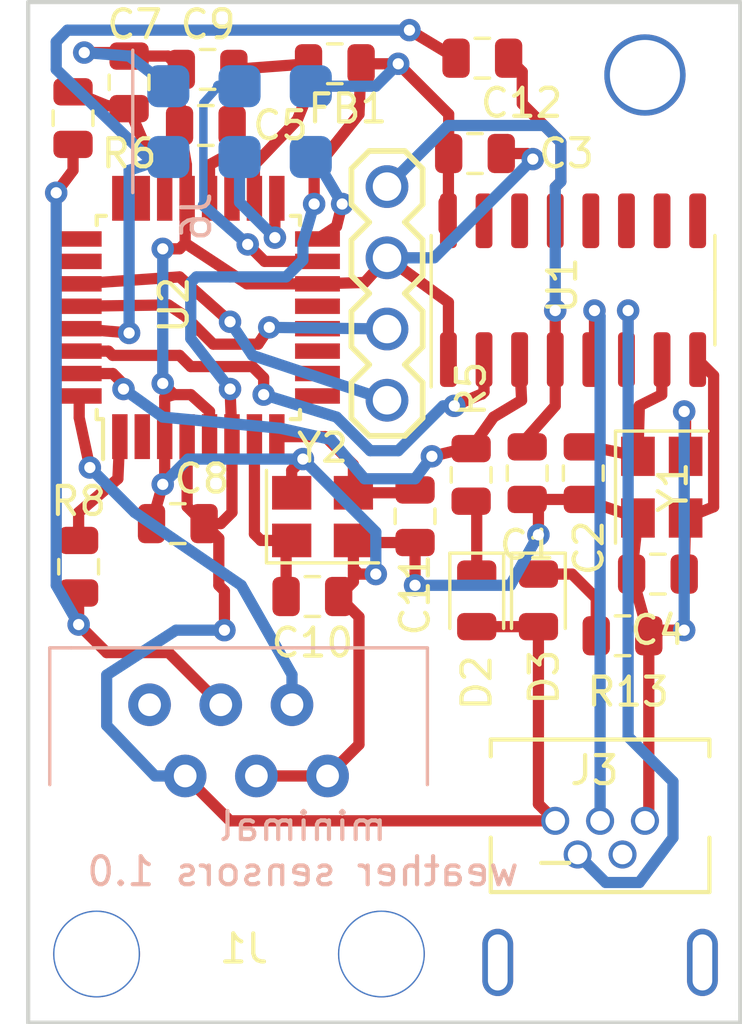
<source format=kicad_pcb>
(kicad_pcb (version 20171130) (host pcbnew 5.1.5+dfsg1-2build2)

  (general
    (thickness 1.6)
    (drawings 5)
    (tracks 286)
    (zones 0)
    (modules 26)
    (nets 47)
  )

  (page A4)
  (layers
    (0 F.Cu signal)
    (31 B.Cu signal)
    (32 B.Adhes user)
    (33 F.Adhes user)
    (34 B.Paste user)
    (35 F.Paste user)
    (36 B.SilkS user)
    (37 F.SilkS user)
    (38 B.Mask user)
    (39 F.Mask user)
    (40 Dwgs.User user hide)
    (41 Cmts.User user hide)
    (42 Eco1.User user)
    (43 Eco2.User user)
    (44 Edge.Cuts user)
    (45 Margin user)
    (46 B.CrtYd user)
    (47 F.CrtYd user)
    (48 B.Fab user)
    (49 F.Fab user hide)
  )

  (setup
    (last_trace_width 0.4)
    (user_trace_width 0.5)
    (user_trace_width 0.6)
    (trace_clearance 0.2)
    (zone_clearance 0.508)
    (zone_45_only no)
    (trace_min 0.2)
    (via_size 0.8)
    (via_drill 0.4)
    (via_min_size 0.4)
    (via_min_drill 0.3)
    (uvia_size 0.3)
    (uvia_drill 0.1)
    (uvias_allowed no)
    (uvia_min_size 0.2)
    (uvia_min_drill 0.1)
    (edge_width 0.15)
    (segment_width 0.2)
    (pcb_text_width 0.3)
    (pcb_text_size 1.5 1.5)
    (mod_edge_width 0.15)
    (mod_text_size 1 1)
    (mod_text_width 0.15)
    (pad_size 1.524 1.524)
    (pad_drill 1.016)
    (pad_to_mask_clearance 0.2)
    (solder_mask_min_width 0.25)
    (aux_axis_origin 0 0)
    (grid_origin 136.25 56)
    (visible_elements 7FFFFFFF)
    (pcbplotparams
      (layerselection 0x010fc_ffffffff)
      (usegerberextensions false)
      (usegerberattributes false)
      (usegerberadvancedattributes false)
      (creategerberjobfile false)
      (excludeedgelayer true)
      (linewidth 0.100000)
      (plotframeref false)
      (viasonmask false)
      (mode 1)
      (useauxorigin false)
      (hpglpennumber 1)
      (hpglpenspeed 20)
      (hpglpendiameter 15.000000)
      (psnegative false)
      (psa4output false)
      (plotreference true)
      (plotvalue true)
      (plotinvisibletext false)
      (padsonsilk false)
      (subtractmaskfromsilk false)
      (outputformat 1)
      (mirror false)
      (drillshape 0)
      (scaleselection 1)
      (outputdirectory "gerber/"))
  )

  (net 0 "")
  (net 1 GND)
  (net 2 +3V3)
  (net 3 "Net-(C2-Pad1)")
  (net 4 +5V)
  (net 5 "Net-(C4-Pad1)")
  (net 6 "Net-(C5-Pad1)")
  (net 7 "Net-(C7-Pad1)")
  (net 8 "Net-(C9-Pad2)")
  (net 9 "Net-(C10-Pad2)")
  (net 10 "Net-(C11-Pad2)")
  (net 11 "Net-(D2-Pad1)")
  (net 12 "Net-(D3-Pad1)")
  (net 13 "Net-(J1-Pad4)")
  (net 14 "Net-(J1-Pad2)")
  (net 15 "Net-(J1-Pad6)")
  (net 16 "Net-(J2-Pad2)")
  (net 17 "Net-(J2-Pad1)")
  (net 18 "Net-(J3-Pad6)")
  (net 19 "Net-(J3-Pad4)")
  (net 20 "Net-(J3-Pad3)")
  (net 21 "Net-(J3-Pad2)")
  (net 22 MISO)
  (net 23 SCK)
  (net 24 MOSI)
  (net 25 RESET)
  (net 26 RX)
  (net 27 TX)
  (net 28 "Net-(R8-Pad1)")
  (net 29 "Net-(U1-Pad9)")
  (net 30 "Net-(U1-Pad10)")
  (net 31 "Net-(U1-Pad11)")
  (net 32 "Net-(U1-Pad12)")
  (net 33 "Net-(U1-Pad14)")
  (net 34 "Net-(U1-Pad15)")
  (net 35 "Net-(U2-Pad2)")
  (net 36 "Net-(U2-Pad24)")
  (net 37 "Net-(U2-Pad25)")
  (net 38 LEDS)
  (net 39 "Net-(C12-Pad2)")
  (net 40 TEMP)
  (net 41 "Net-(U2-Pad9)")
  (net 42 "Net-(U2-Pad10)")
  (net 43 "Net-(U2-Pad11)")
  (net 44 "Net-(U2-Pad12)")
  (net 45 "Net-(U2-Pad13)")
  (net 46 "Net-(U2-Pad19)")

  (net_class Default "This is the default net class."
    (clearance 0.2)
    (trace_width 0.4)
    (via_dia 0.8)
    (via_drill 0.4)
    (uvia_dia 0.3)
    (uvia_drill 0.1)
    (add_net +3V3)
    (add_net +5V)
    (add_net GND)
    (add_net LEDS)
    (add_net MISO)
    (add_net MOSI)
    (add_net "Net-(C10-Pad2)")
    (add_net "Net-(C11-Pad2)")
    (add_net "Net-(C12-Pad2)")
    (add_net "Net-(C2-Pad1)")
    (add_net "Net-(C4-Pad1)")
    (add_net "Net-(C5-Pad1)")
    (add_net "Net-(C7-Pad1)")
    (add_net "Net-(C9-Pad2)")
    (add_net "Net-(D2-Pad1)")
    (add_net "Net-(D3-Pad1)")
    (add_net "Net-(J1-Pad2)")
    (add_net "Net-(J1-Pad4)")
    (add_net "Net-(J1-Pad6)")
    (add_net "Net-(J2-Pad1)")
    (add_net "Net-(J2-Pad2)")
    (add_net "Net-(J3-Pad2)")
    (add_net "Net-(J3-Pad3)")
    (add_net "Net-(J3-Pad4)")
    (add_net "Net-(J3-Pad6)")
    (add_net "Net-(R8-Pad1)")
    (add_net "Net-(U1-Pad10)")
    (add_net "Net-(U1-Pad11)")
    (add_net "Net-(U1-Pad12)")
    (add_net "Net-(U1-Pad14)")
    (add_net "Net-(U1-Pad15)")
    (add_net "Net-(U1-Pad9)")
    (add_net "Net-(U2-Pad10)")
    (add_net "Net-(U2-Pad11)")
    (add_net "Net-(U2-Pad12)")
    (add_net "Net-(U2-Pad13)")
    (add_net "Net-(U2-Pad19)")
    (add_net "Net-(U2-Pad2)")
    (add_net "Net-(U2-Pad24)")
    (add_net "Net-(U2-Pad25)")
    (add_net "Net-(U2-Pad9)")
    (add_net RESET)
    (add_net RX)
    (add_net SCK)
    (add_net TEMP)
    (add_net TX)
  )

  (module Capacitor_SMD:C_0805_2012Metric (layer F.Cu) (tedit 5B36C52B) (tstamp 603F13A3)
    (at 125.85 78.2 270)
    (descr "Capacitor SMD 0805 (2012 Metric), square (rectangular) end terminal, IPC_7351 nominal, (Body size source: https://docs.google.com/spreadsheets/d/1BsfQQcO9C6DZCsRaXUlFlo91Tg2WpOkGARC1WS5S8t0/edit?usp=sharing), generated with kicad-footprint-generator")
    (tags capacitor)
    (path /5F3A0CFD)
    (attr smd)
    (fp_text reference C2 (at 2.6625 -0.2 90) (layer F.SilkS)
      (effects (font (size 1 1) (thickness 0.15)))
    )
    (fp_text value 22pF (at 0 1.65 90) (layer F.Fab)
      (effects (font (size 1 1) (thickness 0.15)))
    )
    (fp_text user %R (at 0 0 90) (layer F.Fab)
      (effects (font (size 0.5 0.5) (thickness 0.08)))
    )
    (fp_line (start 1.68 0.95) (end -1.68 0.95) (layer F.CrtYd) (width 0.05))
    (fp_line (start 1.68 -0.95) (end 1.68 0.95) (layer F.CrtYd) (width 0.05))
    (fp_line (start -1.68 -0.95) (end 1.68 -0.95) (layer F.CrtYd) (width 0.05))
    (fp_line (start -1.68 0.95) (end -1.68 -0.95) (layer F.CrtYd) (width 0.05))
    (fp_line (start -0.258578 0.71) (end 0.258578 0.71) (layer F.SilkS) (width 0.12))
    (fp_line (start -0.258578 -0.71) (end 0.258578 -0.71) (layer F.SilkS) (width 0.12))
    (fp_line (start 1 0.6) (end -1 0.6) (layer F.Fab) (width 0.1))
    (fp_line (start 1 -0.6) (end 1 0.6) (layer F.Fab) (width 0.1))
    (fp_line (start -1 -0.6) (end 1 -0.6) (layer F.Fab) (width 0.1))
    (fp_line (start -1 0.6) (end -1 -0.6) (layer F.Fab) (width 0.1))
    (pad 2 smd roundrect (at 0.9375 0 270) (size 0.975 1.4) (layers F.Cu F.Paste F.Mask) (roundrect_rratio 0.25)
      (net 1 GND))
    (pad 1 smd roundrect (at -0.9375 0 270) (size 0.975 1.4) (layers F.Cu F.Paste F.Mask) (roundrect_rratio 0.25)
      (net 3 "Net-(C2-Pad1)"))
    (model ${KISYS3DMOD}/Capacitor_SMD.3dshapes/C_0805_2012Metric.wrl
      (at (xyz 0 0 0))
      (scale (xyz 1 1 1))
      (rotate (xyz 0 0 0))
    )
  )

  (module weather_minimal:USB_Mini-B_Tensility_54-00023_Vertical (layer F.Cu) (tedit 5F0B92BE) (tstamp 5FC7F3E1)
    (at 124.85 90.6)
    (descr http://www.tensility.com/pdffiles/54-00023.pdf)
    (tags "usb mini receptacle vertical")
    (path /5F37EE6C)
    (fp_text reference J3 (at 1.4 -1.8) (layer F.SilkS)
      (effects (font (size 1 1) (thickness 0.15)))
    )
    (fp_text value USB_B_Micro (at 1.5 2.2) (layer F.Fab)
      (effects (font (size 1 1) (thickness 0.15)))
    )
    (fp_line (start 5.5 -2.9) (end 5.5 -2.3) (layer F.SilkS) (width 0.15))
    (fp_text user %R (at 1.5 -1) (layer F.Fab)
      (effects (font (size 1 1) (thickness 0.15)))
    )
    (fp_line (start 6 -3.2) (end -2.8 -3.2) (layer F.CrtYd) (width 0.05))
    (fp_line (start 6 6.35) (end 6 -3.2) (layer F.CrtYd) (width 0.05))
    (fp_line (start -2.8 6.35) (end 6 6.35) (layer F.CrtYd) (width 0.05))
    (fp_line (start -2.8 -3.2) (end -2.8 6.35) (layer F.CrtYd) (width 0.05))
    (fp_line (start -2.3 -2.3) (end -2.3 -2.9) (layer F.SilkS) (width 0.15))
    (fp_line (start 5.5 2.54) (end 5.5 0.6) (layer F.SilkS) (width 0.15))
    (fp_line (start -2.3 2.54) (end 5.5 2.54) (layer F.SilkS) (width 0.15))
    (fp_line (start -2.3 0.6) (end -2.3 2.54) (layer F.SilkS) (width 0.15))
    (fp_line (start -2.3 -2.9) (end 5.5 -2.9) (layer F.SilkS) (width 0.15))
    (fp_line (start -2 0.9) (end -2 -2.6) (layer F.Fab) (width 0.15))
    (fp_line (start 5.2 -2.6) (end -2 -2.6) (layer F.Fab) (width 0.15))
    (fp_line (start 5.2 -2.6) (end 5.2 0.9) (layer F.Fab) (width 0.15))
    (fp_line (start 0.7 0.9) (end 5.2 0.9) (layer F.Fab) (width 0.15))
    (fp_line (start 0 0.2) (end 0.7 0.9) (layer F.Fab) (width 0.15))
    (fp_line (start -0.7 0.9) (end 0 0.2) (layer F.Fab) (width 0.15))
    (fp_line (start -2 0.9) (end -0.7 0.9) (layer F.Fab) (width 0.15))
    (fp_line (start -0.5 1.5) (end 0.5 1.5) (layer F.SilkS) (width 0.15))
    (pad 6 thru_hole oval (at 5.25 5.05) (size 1.1 2.4) (drill oval 0.7 2) (layers *.Cu *.Mask)
      (net 18 "Net-(J3-Pad6)"))
    (pad 6 thru_hole oval (at -2.05 5.05) (size 1.1 2.4) (drill oval 0.7 2) (layers *.Cu *.Mask)
      (net 18 "Net-(J3-Pad6)"))
    (pad 5 thru_hole circle (at 3.2 0) (size 1 1) (drill 0.7) (layers *.Cu *.Mask)
      (net 1 GND))
    (pad 4 thru_hole circle (at 2.4 1.2) (size 1 1) (drill 0.7) (layers *.Cu *.Mask)
      (net 19 "Net-(J3-Pad4)"))
    (pad 3 thru_hole circle (at 1.6 0) (size 1 1) (drill 0.7) (layers *.Cu *.Mask)
      (net 20 "Net-(J3-Pad3)"))
    (pad 2 thru_hole circle (at 0.8 1.2) (size 1 1) (drill 0.7) (layers *.Cu *.Mask)
      (net 21 "Net-(J3-Pad2)"))
    (pad 1 thru_hole circle (at 0 0) (size 1 1) (drill 0.7) (layers *.Cu *.Mask)
      (net 4 +5V))
    (model ${KISYS3DMOD}/Connector_USB.3dshapes/USB_Mini-B_Tensility_54-00023_Vertical.wrl
      (at (xyz 0 0 0))
      (scale (xyz 1 1 1))
      (rotate (xyz 0 0 0))
    )
  )

  (module Package_QFP:TQFP-32_7x7mm_P0.8mm (layer F.Cu) (tedit 5A02F146) (tstamp 603F77DA)
    (at 112.1196 72.6478 90)
    (descr "32-Lead Plastic Thin Quad Flatpack (PT) - 7x7x1.0 mm Body, 2.00 mm [TQFP] (see Microchip Packaging Specification 00000049BS.pdf)")
    (tags "QFP 0.8")
    (path /5F3D0C93)
    (attr smd)
    (fp_text reference U2 (at 0.4478 -0.8696 90) (layer F.SilkS)
      (effects (font (size 1 1) (thickness 0.15)))
    )
    (fp_text value ATmega328P-AU (at 0 6.05 90) (layer F.Fab)
      (effects (font (size 1 1) (thickness 0.15)))
    )
    (fp_text user %R (at 0 0 90) (layer F.Fab)
      (effects (font (size 1 1) (thickness 0.15)))
    )
    (fp_line (start -2.5 -3.5) (end 3.5 -3.5) (layer F.Fab) (width 0.15))
    (fp_line (start 3.5 -3.5) (end 3.5 3.5) (layer F.Fab) (width 0.15))
    (fp_line (start 3.5 3.5) (end -3.5 3.5) (layer F.Fab) (width 0.15))
    (fp_line (start -3.5 3.5) (end -3.5 -2.5) (layer F.Fab) (width 0.15))
    (fp_line (start -3.5 -2.5) (end -2.5 -3.5) (layer F.Fab) (width 0.15))
    (fp_line (start -5.3 -5.3) (end -5.3 5.3) (layer F.CrtYd) (width 0.05))
    (fp_line (start 5.3 -5.3) (end 5.3 5.3) (layer F.CrtYd) (width 0.05))
    (fp_line (start -5.3 -5.3) (end 5.3 -5.3) (layer F.CrtYd) (width 0.05))
    (fp_line (start -5.3 5.3) (end 5.3 5.3) (layer F.CrtYd) (width 0.05))
    (fp_line (start -3.625 -3.625) (end -3.625 -3.4) (layer F.SilkS) (width 0.15))
    (fp_line (start 3.625 -3.625) (end 3.625 -3.3) (layer F.SilkS) (width 0.15))
    (fp_line (start 3.625 3.625) (end 3.625 3.3) (layer F.SilkS) (width 0.15))
    (fp_line (start -3.625 3.625) (end -3.625 3.3) (layer F.SilkS) (width 0.15))
    (fp_line (start -3.625 -3.625) (end -3.3 -3.625) (layer F.SilkS) (width 0.15))
    (fp_line (start -3.625 3.625) (end -3.3 3.625) (layer F.SilkS) (width 0.15))
    (fp_line (start 3.625 3.625) (end 3.3 3.625) (layer F.SilkS) (width 0.15))
    (fp_line (start 3.625 -3.625) (end 3.3 -3.625) (layer F.SilkS) (width 0.15))
    (fp_line (start -3.625 -3.4) (end -5.05 -3.4) (layer F.SilkS) (width 0.15))
    (pad 1 smd rect (at -4.25 -2.8 90) (size 1.6 0.55) (layers F.Cu F.Paste F.Mask)
      (net 28 "Net-(R8-Pad1)"))
    (pad 2 smd rect (at -4.25 -2 90) (size 1.6 0.55) (layers F.Cu F.Paste F.Mask)
      (net 35 "Net-(U2-Pad2)"))
    (pad 3 smd rect (at -4.25 -1.2 90) (size 1.6 0.55) (layers F.Cu F.Paste F.Mask)
      (net 1 GND))
    (pad 4 smd rect (at -4.25 -0.4 90) (size 1.6 0.55) (layers F.Cu F.Paste F.Mask)
      (net 4 +5V))
    (pad 5 smd rect (at -4.25 0.4 90) (size 1.6 0.55) (layers F.Cu F.Paste F.Mask)
      (net 1 GND))
    (pad 6 smd rect (at -4.25 1.2 90) (size 1.6 0.55) (layers F.Cu F.Paste F.Mask)
      (net 4 +5V))
    (pad 7 smd rect (at -4.25 2 90) (size 1.6 0.55) (layers F.Cu F.Paste F.Mask)
      (net 9 "Net-(C10-Pad2)"))
    (pad 8 smd rect (at -4.25 2.8 90) (size 1.6 0.55) (layers F.Cu F.Paste F.Mask)
      (net 10 "Net-(C11-Pad2)"))
    (pad 9 smd rect (at -2.8 4.25 180) (size 1.6 0.55) (layers F.Cu F.Paste F.Mask)
      (net 41 "Net-(U2-Pad9)"))
    (pad 10 smd rect (at -2 4.25 180) (size 1.6 0.55) (layers F.Cu F.Paste F.Mask)
      (net 42 "Net-(U2-Pad10)"))
    (pad 11 smd rect (at -1.2 4.25 180) (size 1.6 0.55) (layers F.Cu F.Paste F.Mask)
      (net 43 "Net-(U2-Pad11)"))
    (pad 12 smd rect (at -0.4 4.25 180) (size 1.6 0.55) (layers F.Cu F.Paste F.Mask)
      (net 44 "Net-(U2-Pad12)"))
    (pad 13 smd rect (at 0.4 4.25 180) (size 1.6 0.55) (layers F.Cu F.Paste F.Mask)
      (net 45 "Net-(U2-Pad13)"))
    (pad 14 smd rect (at 1.2 4.25 180) (size 1.6 0.55) (layers F.Cu F.Paste F.Mask)
      (net 1 GND))
    (pad 15 smd rect (at 2 4.25 180) (size 1.6 0.55) (layers F.Cu F.Paste F.Mask)
      (net 24 MOSI))
    (pad 16 smd rect (at 2.8 4.25 180) (size 1.6 0.55) (layers F.Cu F.Paste F.Mask)
      (net 22 MISO))
    (pad 17 smd rect (at 4.25 2.8 90) (size 1.6 0.55) (layers F.Cu F.Paste F.Mask)
      (net 23 SCK))
    (pad 18 smd rect (at 4.25 2 90) (size 1.6 0.55) (layers F.Cu F.Paste F.Mask)
      (net 8 "Net-(C9-Pad2)"))
    (pad 19 smd rect (at 4.25 1.2 90) (size 1.6 0.55) (layers F.Cu F.Paste F.Mask)
      (net 46 "Net-(U2-Pad19)"))
    (pad 20 smd rect (at 4.25 0.4 90) (size 1.6 0.55) (layers F.Cu F.Paste F.Mask)
      (net 6 "Net-(C5-Pad1)"))
    (pad 21 smd rect (at 4.25 -0.4 90) (size 1.6 0.55) (layers F.Cu F.Paste F.Mask)
      (net 1 GND))
    (pad 22 smd rect (at 4.25 -1.2 90) (size 1.6 0.55) (layers F.Cu F.Paste F.Mask)
      (net 7 "Net-(C7-Pad1)"))
    (pad 23 smd rect (at 4.25 -2 90) (size 1.6 0.55) (layers F.Cu F.Paste F.Mask)
      (net 40 TEMP))
    (pad 24 smd rect (at 4.25 -2.8 90) (size 1.6 0.55) (layers F.Cu F.Paste F.Mask)
      (net 36 "Net-(U2-Pad24)"))
    (pad 25 smd rect (at 2.8 -4.25 180) (size 1.6 0.55) (layers F.Cu F.Paste F.Mask)
      (net 37 "Net-(U2-Pad25)"))
    (pad 26 smd rect (at 2 -4.25 180) (size 1.6 0.55) (layers F.Cu F.Paste F.Mask)
      (net 38 LEDS))
    (pad 27 smd rect (at 1.2 -4.25 180) (size 1.6 0.55) (layers F.Cu F.Paste F.Mask)
      (net 17 "Net-(J2-Pad1)"))
    (pad 28 smd rect (at 0.4 -4.25 180) (size 1.6 0.55) (layers F.Cu F.Paste F.Mask)
      (net 16 "Net-(J2-Pad2)"))
    (pad 29 smd rect (at -0.4 -4.25 180) (size 1.6 0.55) (layers F.Cu F.Paste F.Mask)
      (net 25 RESET))
    (pad 30 smd rect (at -1.2 -4.25 180) (size 1.6 0.55) (layers F.Cu F.Paste F.Mask)
      (net 26 RX))
    (pad 31 smd rect (at -2 -4.25 180) (size 1.6 0.55) (layers F.Cu F.Paste F.Mask)
      (net 27 TX))
    (pad 32 smd rect (at -2.8 -4.25 180) (size 1.6 0.55) (layers F.Cu F.Paste F.Mask)
      (net 14 "Net-(J1-Pad2)"))
    (model ${KISYS3DMOD}/Package_QFP.3dshapes/TQFP-32_7x7mm_P0.8mm.wrl
      (at (xyz 0 0 0))
      (scale (xyz 1 1 1))
      (rotate (xyz 0 0 0))
    )
  )

  (module rj12:RJ12_E (layer B.Cu) (tedit 5D6063D2) (tstamp 5FC8AE44)
    (at 116.73 89 180)
    (path /5A8812B5)
    (fp_text reference J1 (at 2.9845 -6.1595) (layer F.SilkS)
      (effects (font (size 1 1) (thickness 0.15)) (justify mirror))
    )
    (fp_text value RJ12 (at 3.048 -3.8735) (layer B.Fab)
      (effects (font (size 1 1) (thickness 0.15)) (justify mirror))
    )
    (fp_line (start -3.56 4.57) (end -3.56 -0.31) (layer B.SilkS) (width 0.12))
    (fp_line (start 9.91 4.57) (end 9.91 -0.31) (layer B.SilkS) (width 0.12))
    (fp_line (start 9.14 4.57) (end 9.91 4.57) (layer B.SilkS) (width 0.12))
    (fp_line (start -3.56 4.57) (end 9.14 4.57) (layer B.SilkS) (width 0.12))
    (fp_line (start -5.31 4.82) (end 11.66 4.82) (layer B.CrtYd) (width 0.05))
    (fp_line (start 11.66 -2.54) (end -5.31 -2.54) (layer B.CrtYd) (width 0.05))
    (pad 4 thru_hole circle (at 3.81 2.54 180) (size 1.52 1.52) (drill 0.81) (layers *.Cu *.Mask)
      (net 13 "Net-(J1-Pad4)"))
    (pad 2 thru_hole circle (at 1.27 2.54 180) (size 1.52 1.52) (drill 0.81) (layers *.Cu *.Mask)
      (net 14 "Net-(J1-Pad2)"))
    (pad 6 thru_hole circle (at 6.35 2.54 180) (size 1.52 1.52) (drill 0.81) (layers *.Cu *.Mask)
      (net 15 "Net-(J1-Pad6)"))
    (pad 1 thru_hole circle (at 0 0 180) (size 1.52 1.52) (drill 0.81) (layers *.Cu *.Mask)
      (net 1 GND))
    (pad 3 thru_hole circle (at 2.54 0 180) (size 1.52 1.52) (drill 0.81) (layers *.Cu *.Mask)
      (net 1 GND))
    (pad 5 thru_hole circle (at 5.08 0 180) (size 1.52 1.52) (drill 0.81) (layers *.Cu *.Mask)
      (net 4 +5V))
    (pad 7 thru_hole circle (at 8.24 -6.35 180) (size 3.1 3.1) (drill 3) (layers *.Cu *.Mask))
    (pad 8 thru_hole circle (at -1.92 -6.35 180) (size 3.1 3.1) (drill 3) (layers *.Cu *.Mask))
  )

  (module Capacitor_SMD:C_0805_2012Metric (layer F.Cu) (tedit 5B36C52B) (tstamp 603F13D3)
    (at 123.85 78.2 270)
    (descr "Capacitor SMD 0805 (2012 Metric), square (rectangular) end terminal, IPC_7351 nominal, (Body size source: https://docs.google.com/spreadsheets/d/1BsfQQcO9C6DZCsRaXUlFlo91Tg2WpOkGARC1WS5S8t0/edit?usp=sharing), generated with kicad-footprint-generator")
    (tags capacitor)
    (path /5F3B9A13)
    (attr smd)
    (fp_text reference C1 (at 2.5625 0 180) (layer F.SilkS)
      (effects (font (size 1 1) (thickness 0.15)))
    )
    (fp_text value .1uF (at 0 1.65 90) (layer F.Fab)
      (effects (font (size 1 1) (thickness 0.15)))
    )
    (fp_text user %R (at 0 0 90) (layer F.Fab)
      (effects (font (size 0.5 0.5) (thickness 0.08)))
    )
    (fp_line (start 1.68 0.95) (end -1.68 0.95) (layer F.CrtYd) (width 0.05))
    (fp_line (start 1.68 -0.95) (end 1.68 0.95) (layer F.CrtYd) (width 0.05))
    (fp_line (start -1.68 -0.95) (end 1.68 -0.95) (layer F.CrtYd) (width 0.05))
    (fp_line (start -1.68 0.95) (end -1.68 -0.95) (layer F.CrtYd) (width 0.05))
    (fp_line (start -0.258578 0.71) (end 0.258578 0.71) (layer F.SilkS) (width 0.12))
    (fp_line (start -0.258578 -0.71) (end 0.258578 -0.71) (layer F.SilkS) (width 0.12))
    (fp_line (start 1 0.6) (end -1 0.6) (layer F.Fab) (width 0.1))
    (fp_line (start 1 -0.6) (end 1 0.6) (layer F.Fab) (width 0.1))
    (fp_line (start -1 -0.6) (end 1 -0.6) (layer F.Fab) (width 0.1))
    (fp_line (start -1 0.6) (end -1 -0.6) (layer F.Fab) (width 0.1))
    (pad 2 smd roundrect (at 0.9375 0 270) (size 0.975 1.4) (layers F.Cu F.Paste F.Mask) (roundrect_rratio 0.25)
      (net 1 GND))
    (pad 1 smd roundrect (at -0.9375 0 270) (size 0.975 1.4) (layers F.Cu F.Paste F.Mask) (roundrect_rratio 0.25)
      (net 2 +3V3))
    (model ${KISYS3DMOD}/Capacitor_SMD.3dshapes/C_0805_2012Metric.wrl
      (at (xyz 0 0 0))
      (scale (xyz 1 1 1))
      (rotate (xyz 0 0 0))
    )
  )

  (module Capacitor_SMD:C_0805_2012Metric (layer F.Cu) (tedit 5B36C52B) (tstamp 5FC7F2BD)
    (at 121.9875 66.8)
    (descr "Capacitor SMD 0805 (2012 Metric), square (rectangular) end terminal, IPC_7351 nominal, (Body size source: https://docs.google.com/spreadsheets/d/1BsfQQcO9C6DZCsRaXUlFlo91Tg2WpOkGARC1WS5S8t0/edit?usp=sharing), generated with kicad-footprint-generator")
    (tags capacitor)
    (path /5F3BFCA7)
    (attr smd)
    (fp_text reference C3 (at 3.2625 0) (layer F.SilkS)
      (effects (font (size 1 1) (thickness 0.15)))
    )
    (fp_text value .1uF (at 0 1.65) (layer F.Fab)
      (effects (font (size 1 1) (thickness 0.15)))
    )
    (fp_line (start -1 0.6) (end -1 -0.6) (layer F.Fab) (width 0.1))
    (fp_line (start -1 -0.6) (end 1 -0.6) (layer F.Fab) (width 0.1))
    (fp_line (start 1 -0.6) (end 1 0.6) (layer F.Fab) (width 0.1))
    (fp_line (start 1 0.6) (end -1 0.6) (layer F.Fab) (width 0.1))
    (fp_line (start -0.258578 -0.71) (end 0.258578 -0.71) (layer F.SilkS) (width 0.12))
    (fp_line (start -0.258578 0.71) (end 0.258578 0.71) (layer F.SilkS) (width 0.12))
    (fp_line (start -1.68 0.95) (end -1.68 -0.95) (layer F.CrtYd) (width 0.05))
    (fp_line (start -1.68 -0.95) (end 1.68 -0.95) (layer F.CrtYd) (width 0.05))
    (fp_line (start 1.68 -0.95) (end 1.68 0.95) (layer F.CrtYd) (width 0.05))
    (fp_line (start 1.68 0.95) (end -1.68 0.95) (layer F.CrtYd) (width 0.05))
    (fp_text user %R (at 0 0) (layer F.Fab)
      (effects (font (size 0.5 0.5) (thickness 0.08)))
    )
    (pad 1 smd roundrect (at -0.9375 0) (size 0.975 1.4) (layers F.Cu F.Paste F.Mask) (roundrect_rratio 0.25)
      (net 4 +5V))
    (pad 2 smd roundrect (at 0.9375 0) (size 0.975 1.4) (layers F.Cu F.Paste F.Mask) (roundrect_rratio 0.25)
      (net 1 GND))
    (model ${KISYS3DMOD}/Capacitor_SMD.3dshapes/C_0805_2012Metric.wrl
      (at (xyz 0 0 0))
      (scale (xyz 1 1 1))
      (rotate (xyz 0 0 0))
    )
  )

  (module Capacitor_SMD:C_0805_2012Metric (layer F.Cu) (tedit 5B36C52B) (tstamp 603F14AB)
    (at 128.5125 81.8 180)
    (descr "Capacitor SMD 0805 (2012 Metric), square (rectangular) end terminal, IPC_7351 nominal, (Body size source: https://docs.google.com/spreadsheets/d/1BsfQQcO9C6DZCsRaXUlFlo91Tg2WpOkGARC1WS5S8t0/edit?usp=sharing), generated with kicad-footprint-generator")
    (tags capacitor)
    (path /5F3B54D1)
    (attr smd)
    (fp_text reference C4 (at 0 -2) (layer F.SilkS)
      (effects (font (size 1 1) (thickness 0.15)))
    )
    (fp_text value 22pF (at 0 1.65) (layer F.Fab)
      (effects (font (size 1 1) (thickness 0.15)))
    )
    (fp_line (start -1 0.6) (end -1 -0.6) (layer F.Fab) (width 0.1))
    (fp_line (start -1 -0.6) (end 1 -0.6) (layer F.Fab) (width 0.1))
    (fp_line (start 1 -0.6) (end 1 0.6) (layer F.Fab) (width 0.1))
    (fp_line (start 1 0.6) (end -1 0.6) (layer F.Fab) (width 0.1))
    (fp_line (start -0.258578 -0.71) (end 0.258578 -0.71) (layer F.SilkS) (width 0.12))
    (fp_line (start -0.258578 0.71) (end 0.258578 0.71) (layer F.SilkS) (width 0.12))
    (fp_line (start -1.68 0.95) (end -1.68 -0.95) (layer F.CrtYd) (width 0.05))
    (fp_line (start -1.68 -0.95) (end 1.68 -0.95) (layer F.CrtYd) (width 0.05))
    (fp_line (start 1.68 -0.95) (end 1.68 0.95) (layer F.CrtYd) (width 0.05))
    (fp_line (start 1.68 0.95) (end -1.68 0.95) (layer F.CrtYd) (width 0.05))
    (fp_text user %R (at 0 0) (layer F.Fab)
      (effects (font (size 0.5 0.5) (thickness 0.08)))
    )
    (pad 1 smd roundrect (at -0.9375 0 180) (size 0.975 1.4) (layers F.Cu F.Paste F.Mask) (roundrect_rratio 0.25)
      (net 5 "Net-(C4-Pad1)"))
    (pad 2 smd roundrect (at 0.9375 0 180) (size 0.975 1.4) (layers F.Cu F.Paste F.Mask) (roundrect_rratio 0.25)
      (net 1 GND))
    (model ${KISYS3DMOD}/Capacitor_SMD.3dshapes/C_0805_2012Metric.wrl
      (at (xyz 0 0 0))
      (scale (xyz 1 1 1))
      (rotate (xyz 0 0 0))
    )
  )

  (module Capacitor_SMD:C_0805_2012Metric (layer F.Cu) (tedit 5B36C52B) (tstamp 603F056E)
    (at 112.3875 65.8 180)
    (descr "Capacitor SMD 0805 (2012 Metric), square (rectangular) end terminal, IPC_7351 nominal, (Body size source: https://docs.google.com/spreadsheets/d/1BsfQQcO9C6DZCsRaXUlFlo91Tg2WpOkGARC1WS5S8t0/edit?usp=sharing), generated with kicad-footprint-generator")
    (tags capacitor)
    (path /5F448B82)
    (attr smd)
    (fp_text reference C5 (at -2.6625 0) (layer F.SilkS)
      (effects (font (size 1 1) (thickness 0.15)))
    )
    (fp_text value .1uF (at 0 1.65) (layer F.Fab)
      (effects (font (size 1 1) (thickness 0.15)))
    )
    (fp_text user %R (at 0 0) (layer F.Fab)
      (effects (font (size 0.5 0.5) (thickness 0.08)))
    )
    (fp_line (start 1.68 0.95) (end -1.68 0.95) (layer F.CrtYd) (width 0.05))
    (fp_line (start 1.68 -0.95) (end 1.68 0.95) (layer F.CrtYd) (width 0.05))
    (fp_line (start -1.68 -0.95) (end 1.68 -0.95) (layer F.CrtYd) (width 0.05))
    (fp_line (start -1.68 0.95) (end -1.68 -0.95) (layer F.CrtYd) (width 0.05))
    (fp_line (start -0.258578 0.71) (end 0.258578 0.71) (layer F.SilkS) (width 0.12))
    (fp_line (start -0.258578 -0.71) (end 0.258578 -0.71) (layer F.SilkS) (width 0.12))
    (fp_line (start 1 0.6) (end -1 0.6) (layer F.Fab) (width 0.1))
    (fp_line (start 1 -0.6) (end 1 0.6) (layer F.Fab) (width 0.1))
    (fp_line (start -1 -0.6) (end 1 -0.6) (layer F.Fab) (width 0.1))
    (fp_line (start -1 0.6) (end -1 -0.6) (layer F.Fab) (width 0.1))
    (pad 2 smd roundrect (at 0.9375 0 180) (size 0.975 1.4) (layers F.Cu F.Paste F.Mask) (roundrect_rratio 0.25)
      (net 1 GND))
    (pad 1 smd roundrect (at -0.9375 0 180) (size 0.975 1.4) (layers F.Cu F.Paste F.Mask) (roundrect_rratio 0.25)
      (net 6 "Net-(C5-Pad1)"))
    (model ${KISYS3DMOD}/Capacitor_SMD.3dshapes/C_0805_2012Metric.wrl
      (at (xyz 0 0 0))
      (scale (xyz 1 1 1))
      (rotate (xyz 0 0 0))
    )
  )

  (module Capacitor_SMD:C_0805_2012Metric (layer F.Cu) (tedit 5B36C52B) (tstamp 603F062E)
    (at 109.65 64.2625 90)
    (descr "Capacitor SMD 0805 (2012 Metric), square (rectangular) end terminal, IPC_7351 nominal, (Body size source: https://docs.google.com/spreadsheets/d/1BsfQQcO9C6DZCsRaXUlFlo91Tg2WpOkGARC1WS5S8t0/edit?usp=sharing), generated with kicad-footprint-generator")
    (tags capacitor)
    (path /5F52ADFF)
    (attr smd)
    (fp_text reference C7 (at 2.0625 0.2 180) (layer F.SilkS)
      (effects (font (size 1 1) (thickness 0.15)))
    )
    (fp_text value .1uF (at 0 1.65 90) (layer F.Fab)
      (effects (font (size 1 1) (thickness 0.15)))
    )
    (fp_text user %R (at 0 0 90) (layer F.Fab)
      (effects (font (size 0.5 0.5) (thickness 0.08)))
    )
    (fp_line (start 1.68 0.95) (end -1.68 0.95) (layer F.CrtYd) (width 0.05))
    (fp_line (start 1.68 -0.95) (end 1.68 0.95) (layer F.CrtYd) (width 0.05))
    (fp_line (start -1.68 -0.95) (end 1.68 -0.95) (layer F.CrtYd) (width 0.05))
    (fp_line (start -1.68 0.95) (end -1.68 -0.95) (layer F.CrtYd) (width 0.05))
    (fp_line (start -0.258578 0.71) (end 0.258578 0.71) (layer F.SilkS) (width 0.12))
    (fp_line (start -0.258578 -0.71) (end 0.258578 -0.71) (layer F.SilkS) (width 0.12))
    (fp_line (start 1 0.6) (end -1 0.6) (layer F.Fab) (width 0.1))
    (fp_line (start 1 -0.6) (end 1 0.6) (layer F.Fab) (width 0.1))
    (fp_line (start -1 -0.6) (end 1 -0.6) (layer F.Fab) (width 0.1))
    (fp_line (start -1 0.6) (end -1 -0.6) (layer F.Fab) (width 0.1))
    (pad 2 smd roundrect (at 0.9375 0 90) (size 0.975 1.4) (layers F.Cu F.Paste F.Mask) (roundrect_rratio 0.25)
      (net 1 GND))
    (pad 1 smd roundrect (at -0.9375 0 90) (size 0.975 1.4) (layers F.Cu F.Paste F.Mask) (roundrect_rratio 0.25)
      (net 7 "Net-(C7-Pad1)"))
    (model ${KISYS3DMOD}/Capacitor_SMD.3dshapes/C_0805_2012Metric.wrl
      (at (xyz 0 0 0))
      (scale (xyz 1 1 1))
      (rotate (xyz 0 0 0))
    )
  )

  (module Capacitor_SMD:C_0805_2012Metric (layer F.Cu) (tedit 5B36C52B) (tstamp 603F088A)
    (at 111.3875 80)
    (descr "Capacitor SMD 0805 (2012 Metric), square (rectangular) end terminal, IPC_7351 nominal, (Body size source: https://docs.google.com/spreadsheets/d/1BsfQQcO9C6DZCsRaXUlFlo91Tg2WpOkGARC1WS5S8t0/edit?usp=sharing), generated with kicad-footprint-generator")
    (tags capacitor)
    (path /5F5609FD)
    (attr smd)
    (fp_text reference C8 (at 0.8625 -1.6) (layer F.SilkS)
      (effects (font (size 1 1) (thickness 0.15)))
    )
    (fp_text value .1uF (at 0 1.65) (layer F.Fab)
      (effects (font (size 1 1) (thickness 0.15)))
    )
    (fp_line (start -1 0.6) (end -1 -0.6) (layer F.Fab) (width 0.1))
    (fp_line (start -1 -0.6) (end 1 -0.6) (layer F.Fab) (width 0.1))
    (fp_line (start 1 -0.6) (end 1 0.6) (layer F.Fab) (width 0.1))
    (fp_line (start 1 0.6) (end -1 0.6) (layer F.Fab) (width 0.1))
    (fp_line (start -0.258578 -0.71) (end 0.258578 -0.71) (layer F.SilkS) (width 0.12))
    (fp_line (start -0.258578 0.71) (end 0.258578 0.71) (layer F.SilkS) (width 0.12))
    (fp_line (start -1.68 0.95) (end -1.68 -0.95) (layer F.CrtYd) (width 0.05))
    (fp_line (start -1.68 -0.95) (end 1.68 -0.95) (layer F.CrtYd) (width 0.05))
    (fp_line (start 1.68 -0.95) (end 1.68 0.95) (layer F.CrtYd) (width 0.05))
    (fp_line (start 1.68 0.95) (end -1.68 0.95) (layer F.CrtYd) (width 0.05))
    (fp_text user %R (at 0 0) (layer F.Fab)
      (effects (font (size 0.5 0.5) (thickness 0.08)))
    )
    (pad 1 smd roundrect (at -0.9375 0) (size 0.975 1.4) (layers F.Cu F.Paste F.Mask) (roundrect_rratio 0.25)
      (net 1 GND))
    (pad 2 smd roundrect (at 0.9375 0) (size 0.975 1.4) (layers F.Cu F.Paste F.Mask) (roundrect_rratio 0.25)
      (net 4 +5V))
    (model ${KISYS3DMOD}/Capacitor_SMD.3dshapes/C_0805_2012Metric.wrl
      (at (xyz 0 0 0))
      (scale (xyz 1 1 1))
      (rotate (xyz 0 0 0))
    )
  )

  (module Capacitor_SMD:C_0805_2012Metric (layer F.Cu) (tedit 5B36C52B) (tstamp 603F065E)
    (at 112.45 63.8)
    (descr "Capacitor SMD 0805 (2012 Metric), square (rectangular) end terminal, IPC_7351 nominal, (Body size source: https://docs.google.com/spreadsheets/d/1BsfQQcO9C6DZCsRaXUlFlo91Tg2WpOkGARC1WS5S8t0/edit?usp=sharing), generated with kicad-footprint-generator")
    (tags capacitor)
    (path /5F5562CC)
    (attr smd)
    (fp_text reference C9 (at 0.0179 -1.6) (layer F.SilkS)
      (effects (font (size 1 1) (thickness 0.15)))
    )
    (fp_text value .1uF (at 0 1.65) (layer F.Fab)
      (effects (font (size 1 1) (thickness 0.15)))
    )
    (fp_text user %R (at 0 0) (layer F.Fab)
      (effects (font (size 0.5 0.5) (thickness 0.08)))
    )
    (fp_line (start 1.68 0.95) (end -1.68 0.95) (layer F.CrtYd) (width 0.05))
    (fp_line (start 1.68 -0.95) (end 1.68 0.95) (layer F.CrtYd) (width 0.05))
    (fp_line (start -1.68 -0.95) (end 1.68 -0.95) (layer F.CrtYd) (width 0.05))
    (fp_line (start -1.68 0.95) (end -1.68 -0.95) (layer F.CrtYd) (width 0.05))
    (fp_line (start -0.258578 0.71) (end 0.258578 0.71) (layer F.SilkS) (width 0.12))
    (fp_line (start -0.258578 -0.71) (end 0.258578 -0.71) (layer F.SilkS) (width 0.12))
    (fp_line (start 1 0.6) (end -1 0.6) (layer F.Fab) (width 0.1))
    (fp_line (start 1 -0.6) (end 1 0.6) (layer F.Fab) (width 0.1))
    (fp_line (start -1 -0.6) (end 1 -0.6) (layer F.Fab) (width 0.1))
    (fp_line (start -1 0.6) (end -1 -0.6) (layer F.Fab) (width 0.1))
    (pad 2 smd roundrect (at 0.9375 0) (size 0.975 1.4) (layers F.Cu F.Paste F.Mask) (roundrect_rratio 0.25)
      (net 8 "Net-(C9-Pad2)"))
    (pad 1 smd roundrect (at -0.9375 0) (size 0.975 1.4) (layers F.Cu F.Paste F.Mask) (roundrect_rratio 0.25)
      (net 1 GND))
    (model ${KISYS3DMOD}/Capacitor_SMD.3dshapes/C_0805_2012Metric.wrl
      (at (xyz 0 0 0))
      (scale (xyz 1 1 1))
      (rotate (xyz 0 0 0))
    )
  )

  (module Capacitor_SMD:C_0805_2012Metric (layer F.Cu) (tedit 5B36C52B) (tstamp 603F05FE)
    (at 116.1875 82.6 180)
    (descr "Capacitor SMD 0805 (2012 Metric), square (rectangular) end terminal, IPC_7351 nominal, (Body size source: https://docs.google.com/spreadsheets/d/1BsfQQcO9C6DZCsRaXUlFlo91Tg2WpOkGARC1WS5S8t0/edit?usp=sharing), generated with kicad-footprint-generator")
    (tags capacitor)
    (path /5F443159)
    (attr smd)
    (fp_text reference C10 (at 0 -1.65) (layer F.SilkS)
      (effects (font (size 1 1) (thickness 0.15)))
    )
    (fp_text value 22pF (at 0 1.65) (layer F.Fab)
      (effects (font (size 1 1) (thickness 0.15)))
    )
    (fp_line (start -1 0.6) (end -1 -0.6) (layer F.Fab) (width 0.1))
    (fp_line (start -1 -0.6) (end 1 -0.6) (layer F.Fab) (width 0.1))
    (fp_line (start 1 -0.6) (end 1 0.6) (layer F.Fab) (width 0.1))
    (fp_line (start 1 0.6) (end -1 0.6) (layer F.Fab) (width 0.1))
    (fp_line (start -0.258578 -0.71) (end 0.258578 -0.71) (layer F.SilkS) (width 0.12))
    (fp_line (start -0.258578 0.71) (end 0.258578 0.71) (layer F.SilkS) (width 0.12))
    (fp_line (start -1.68 0.95) (end -1.68 -0.95) (layer F.CrtYd) (width 0.05))
    (fp_line (start -1.68 -0.95) (end 1.68 -0.95) (layer F.CrtYd) (width 0.05))
    (fp_line (start 1.68 -0.95) (end 1.68 0.95) (layer F.CrtYd) (width 0.05))
    (fp_line (start 1.68 0.95) (end -1.68 0.95) (layer F.CrtYd) (width 0.05))
    (fp_text user %R (at 0 0) (layer F.Fab)
      (effects (font (size 0.5 0.5) (thickness 0.08)))
    )
    (pad 1 smd roundrect (at -0.9375 0 180) (size 0.975 1.4) (layers F.Cu F.Paste F.Mask) (roundrect_rratio 0.25)
      (net 1 GND))
    (pad 2 smd roundrect (at 0.9375 0 180) (size 0.975 1.4) (layers F.Cu F.Paste F.Mask) (roundrect_rratio 0.25)
      (net 9 "Net-(C10-Pad2)"))
    (model ${KISYS3DMOD}/Capacitor_SMD.3dshapes/C_0805_2012Metric.wrl
      (at (xyz 0 0 0))
      (scale (xyz 1 1 1))
      (rotate (xyz 0 0 0))
    )
  )

  (module Capacitor_SMD:C_0805_2012Metric (layer F.Cu) (tedit 5B36C52B) (tstamp 603F059E)
    (at 119.85 79.7375 90)
    (descr "Capacitor SMD 0805 (2012 Metric), square (rectangular) end terminal, IPC_7351 nominal, (Body size source: https://docs.google.com/spreadsheets/d/1BsfQQcO9C6DZCsRaXUlFlo91Tg2WpOkGARC1WS5S8t0/edit?usp=sharing), generated with kicad-footprint-generator")
    (tags capacitor)
    (path /5F44038C)
    (attr smd)
    (fp_text reference C11 (at -2.8 0 90) (layer F.SilkS)
      (effects (font (size 1 1) (thickness 0.15)))
    )
    (fp_text value 22pF (at 0 1.65 90) (layer F.Fab)
      (effects (font (size 1 1) (thickness 0.15)))
    )
    (fp_line (start -1 0.6) (end -1 -0.6) (layer F.Fab) (width 0.1))
    (fp_line (start -1 -0.6) (end 1 -0.6) (layer F.Fab) (width 0.1))
    (fp_line (start 1 -0.6) (end 1 0.6) (layer F.Fab) (width 0.1))
    (fp_line (start 1 0.6) (end -1 0.6) (layer F.Fab) (width 0.1))
    (fp_line (start -0.258578 -0.71) (end 0.258578 -0.71) (layer F.SilkS) (width 0.12))
    (fp_line (start -0.258578 0.71) (end 0.258578 0.71) (layer F.SilkS) (width 0.12))
    (fp_line (start -1.68 0.95) (end -1.68 -0.95) (layer F.CrtYd) (width 0.05))
    (fp_line (start -1.68 -0.95) (end 1.68 -0.95) (layer F.CrtYd) (width 0.05))
    (fp_line (start 1.68 -0.95) (end 1.68 0.95) (layer F.CrtYd) (width 0.05))
    (fp_line (start 1.68 0.95) (end -1.68 0.95) (layer F.CrtYd) (width 0.05))
    (fp_text user %R (at 0 0 90) (layer F.Fab)
      (effects (font (size 0.5 0.5) (thickness 0.08)))
    )
    (pad 1 smd roundrect (at -0.9375 0 90) (size 0.975 1.4) (layers F.Cu F.Paste F.Mask) (roundrect_rratio 0.25)
      (net 1 GND))
    (pad 2 smd roundrect (at 0.9375 0 90) (size 0.975 1.4) (layers F.Cu F.Paste F.Mask) (roundrect_rratio 0.25)
      (net 10 "Net-(C11-Pad2)"))
    (model ${KISYS3DMOD}/Capacitor_SMD.3dshapes/C_0805_2012Metric.wrl
      (at (xyz 0 0 0))
      (scale (xyz 1 1 1))
      (rotate (xyz 0 0 0))
    )
  )

  (module LED_SMD:LED_0805_2012Metric (layer F.Cu) (tedit 5B36C52C) (tstamp 5FF14922)
    (at 122.05 82.7375 270)
    (descr "LED SMD 0805 (2012 Metric), square (rectangular) end terminal, IPC_7351 nominal, (Body size source: https://docs.google.com/spreadsheets/d/1BsfQQcO9C6DZCsRaXUlFlo91Tg2WpOkGARC1WS5S8t0/edit?usp=sharing), generated with kicad-footprint-generator")
    (tags diode)
    (path /5F38A06F)
    (attr smd)
    (fp_text reference D2 (at 2.9375 0 90) (layer F.SilkS)
      (effects (font (size 1 1) (thickness 0.15)))
    )
    (fp_text value LED2 (at 0 1.65 90) (layer F.Fab)
      (effects (font (size 1 1) (thickness 0.15)))
    )
    (fp_text user %R (at 0 0 90) (layer F.Fab)
      (effects (font (size 0.5 0.5) (thickness 0.08)))
    )
    (fp_line (start 1.68 0.95) (end -1.68 0.95) (layer F.CrtYd) (width 0.05))
    (fp_line (start 1.68 -0.95) (end 1.68 0.95) (layer F.CrtYd) (width 0.05))
    (fp_line (start -1.68 -0.95) (end 1.68 -0.95) (layer F.CrtYd) (width 0.05))
    (fp_line (start -1.68 0.95) (end -1.68 -0.95) (layer F.CrtYd) (width 0.05))
    (fp_line (start -1.685 0.96) (end 1 0.96) (layer F.SilkS) (width 0.12))
    (fp_line (start -1.685 -0.96) (end -1.685 0.96) (layer F.SilkS) (width 0.12))
    (fp_line (start 1 -0.96) (end -1.685 -0.96) (layer F.SilkS) (width 0.12))
    (fp_line (start 1 0.6) (end 1 -0.6) (layer F.Fab) (width 0.1))
    (fp_line (start -1 0.6) (end 1 0.6) (layer F.Fab) (width 0.1))
    (fp_line (start -1 -0.3) (end -1 0.6) (layer F.Fab) (width 0.1))
    (fp_line (start -0.7 -0.6) (end -1 -0.3) (layer F.Fab) (width 0.1))
    (fp_line (start 1 -0.6) (end -0.7 -0.6) (layer F.Fab) (width 0.1))
    (pad 2 smd roundrect (at 0.9375 0 270) (size 0.975 1.4) (layers F.Cu F.Paste F.Mask) (roundrect_rratio 0.25)
      (net 4 +5V))
    (pad 1 smd roundrect (at -0.9375 0 270) (size 0.975 1.4) (layers F.Cu F.Paste F.Mask) (roundrect_rratio 0.25)
      (net 11 "Net-(D2-Pad1)"))
    (model ${KISYS3DMOD}/LED_SMD.3dshapes/LED_0805_2012Metric.wrl
      (at (xyz 0 0 0))
      (scale (xyz 1 1 1))
      (rotate (xyz 0 0 0))
    )
  )

  (module LED_SMD:LED_0805_2012Metric (layer F.Cu) (tedit 5B36C52C) (tstamp 5FF148AA)
    (at 124.25 82.7375 270)
    (descr "LED SMD 0805 (2012 Metric), square (rectangular) end terminal, IPC_7351 nominal, (Body size source: https://docs.google.com/spreadsheets/d/1BsfQQcO9C6DZCsRaXUlFlo91Tg2WpOkGARC1WS5S8t0/edit?usp=sharing), generated with kicad-footprint-generator")
    (tags diode)
    (path /5F54A995)
    (attr smd)
    (fp_text reference D3 (at 2.7375 -0.2 90) (layer F.SilkS)
      (effects (font (size 1 1) (thickness 0.15)))
    )
    (fp_text value LED3 (at 0 1.65 90) (layer F.Fab)
      (effects (font (size 1 1) (thickness 0.15)))
    )
    (fp_line (start 1 -0.6) (end -0.7 -0.6) (layer F.Fab) (width 0.1))
    (fp_line (start -0.7 -0.6) (end -1 -0.3) (layer F.Fab) (width 0.1))
    (fp_line (start -1 -0.3) (end -1 0.6) (layer F.Fab) (width 0.1))
    (fp_line (start -1 0.6) (end 1 0.6) (layer F.Fab) (width 0.1))
    (fp_line (start 1 0.6) (end 1 -0.6) (layer F.Fab) (width 0.1))
    (fp_line (start 1 -0.96) (end -1.685 -0.96) (layer F.SilkS) (width 0.12))
    (fp_line (start -1.685 -0.96) (end -1.685 0.96) (layer F.SilkS) (width 0.12))
    (fp_line (start -1.685 0.96) (end 1 0.96) (layer F.SilkS) (width 0.12))
    (fp_line (start -1.68 0.95) (end -1.68 -0.95) (layer F.CrtYd) (width 0.05))
    (fp_line (start -1.68 -0.95) (end 1.68 -0.95) (layer F.CrtYd) (width 0.05))
    (fp_line (start 1.68 -0.95) (end 1.68 0.95) (layer F.CrtYd) (width 0.05))
    (fp_line (start 1.68 0.95) (end -1.68 0.95) (layer F.CrtYd) (width 0.05))
    (fp_text user %R (at 0 0 90) (layer F.Fab)
      (effects (font (size 0.5 0.5) (thickness 0.08)))
    )
    (pad 1 smd roundrect (at -0.9375 0 270) (size 0.975 1.4) (layers F.Cu F.Paste F.Mask) (roundrect_rratio 0.25)
      (net 12 "Net-(D3-Pad1)"))
    (pad 2 smd roundrect (at 0.9375 0 270) (size 0.975 1.4) (layers F.Cu F.Paste F.Mask) (roundrect_rratio 0.25)
      (net 4 +5V))
    (model ${KISYS3DMOD}/LED_SMD.3dshapes/LED_0805_2012Metric.wrl
      (at (xyz 0 0 0))
      (scale (xyz 1 1 1))
      (rotate (xyz 0 0 0))
    )
  )

  (module Inductor_SMD:L_0805_2012Metric (layer F.Cu) (tedit 5B36C52B) (tstamp 603F05CE)
    (at 116.9875 63.6 180)
    (descr "Inductor SMD 0805 (2012 Metric), square (rectangular) end terminal, IPC_7351 nominal, (Body size source: https://docs.google.com/spreadsheets/d/1BsfQQcO9C6DZCsRaXUlFlo91Tg2WpOkGARC1WS5S8t0/edit?usp=sharing), generated with kicad-footprint-generator")
    (tags inductor)
    (path /5F55231C)
    (attr smd)
    (fp_text reference FB1 (at -0.4625 -1.6) (layer F.SilkS)
      (effects (font (size 1 1) (thickness 0.15)))
    )
    (fp_text value bead (at 0 1.65) (layer F.Fab)
      (effects (font (size 1 1) (thickness 0.15)))
    )
    (fp_line (start -1 0.6) (end -1 -0.6) (layer F.Fab) (width 0.1))
    (fp_line (start -1 -0.6) (end 1 -0.6) (layer F.Fab) (width 0.1))
    (fp_line (start 1 -0.6) (end 1 0.6) (layer F.Fab) (width 0.1))
    (fp_line (start 1 0.6) (end -1 0.6) (layer F.Fab) (width 0.1))
    (fp_line (start -0.258578 -0.71) (end 0.258578 -0.71) (layer F.SilkS) (width 0.12))
    (fp_line (start -0.258578 0.71) (end 0.258578 0.71) (layer F.SilkS) (width 0.12))
    (fp_line (start -1.68 0.95) (end -1.68 -0.95) (layer F.CrtYd) (width 0.05))
    (fp_line (start -1.68 -0.95) (end 1.68 -0.95) (layer F.CrtYd) (width 0.05))
    (fp_line (start 1.68 -0.95) (end 1.68 0.95) (layer F.CrtYd) (width 0.05))
    (fp_line (start 1.68 0.95) (end -1.68 0.95) (layer F.CrtYd) (width 0.05))
    (fp_text user %R (at 0 0) (layer F.Fab)
      (effects (font (size 0.5 0.5) (thickness 0.08)))
    )
    (pad 1 smd roundrect (at -0.9375 0 180) (size 0.975 1.4) (layers F.Cu F.Paste F.Mask) (roundrect_rratio 0.25)
      (net 4 +5V))
    (pad 2 smd roundrect (at 0.9375 0 180) (size 0.975 1.4) (layers F.Cu F.Paste F.Mask) (roundrect_rratio 0.25)
      (net 8 "Net-(C9-Pad2)"))
    (model ${KISYS3DMOD}/Inductor_SMD.3dshapes/L_0805_2012Metric.wrl
      (at (xyz 0 0 0))
      (scale (xyz 1 1 1))
      (rotate (xyz 0 0 0))
    )
  )

  (module freetronics_footprints:1X04 (layer F.Cu) (tedit 54769E06) (tstamp 603F2C81)
    (at 118.85 75.6 90)
    (path /5A8801C8)
    (fp_text reference J2 (at 0 0 90) (layer Eco1.User)
      (effects (font (size 0.6 0.6) (thickness 0.1)))
    )
    (fp_text value Conn_01x04 (at 0 1.9 90) (layer Eco1.User)
      (effects (font (size 0.6 0.6) (thickness 0.1)))
    )
    (fp_line (start 8.89 -0.635) (end 8.89 0.635) (layer F.SilkS) (width 0.2032))
    (fp_line (start 0.635 1.27) (end -0.635 1.27) (layer F.SilkS) (width 0.2032))
    (fp_line (start -1.27 0.635) (end -0.635 1.27) (layer F.SilkS) (width 0.2032))
    (fp_line (start -0.635 -1.27) (end -1.27 -0.635) (layer F.SilkS) (width 0.2032))
    (fp_line (start -1.27 -0.635) (end -1.27 0.635) (layer F.SilkS) (width 0.2032))
    (fp_line (start 1.905 1.27) (end 1.27 0.635) (layer F.SilkS) (width 0.2032))
    (fp_line (start 3.175 1.27) (end 1.905 1.27) (layer F.SilkS) (width 0.2032))
    (fp_line (start 3.81 0.635) (end 3.175 1.27) (layer F.SilkS) (width 0.2032))
    (fp_line (start 3.175 -1.27) (end 3.81 -0.635) (layer F.SilkS) (width 0.2032))
    (fp_line (start 1.905 -1.27) (end 3.175 -1.27) (layer F.SilkS) (width 0.2032))
    (fp_line (start 1.27 -0.635) (end 1.905 -1.27) (layer F.SilkS) (width 0.2032))
    (fp_line (start 1.27 0.635) (end 0.635 1.27) (layer F.SilkS) (width 0.2032))
    (fp_line (start 0.635 -1.27) (end 1.27 -0.635) (layer F.SilkS) (width 0.2032))
    (fp_line (start -0.635 -1.27) (end 0.635 -1.27) (layer F.SilkS) (width 0.2032))
    (fp_line (start 8.255 1.27) (end 6.985 1.27) (layer F.SilkS) (width 0.2032))
    (fp_line (start 6.35 0.635) (end 6.985 1.27) (layer F.SilkS) (width 0.2032))
    (fp_line (start 6.985 -1.27) (end 6.35 -0.635) (layer F.SilkS) (width 0.2032))
    (fp_line (start 4.445 1.27) (end 3.81 0.635) (layer F.SilkS) (width 0.2032))
    (fp_line (start 5.715 1.27) (end 4.445 1.27) (layer F.SilkS) (width 0.2032))
    (fp_line (start 6.35 0.635) (end 5.715 1.27) (layer F.SilkS) (width 0.2032))
    (fp_line (start 5.715 -1.27) (end 6.35 -0.635) (layer F.SilkS) (width 0.2032))
    (fp_line (start 4.445 -1.27) (end 5.715 -1.27) (layer F.SilkS) (width 0.2032))
    (fp_line (start 3.81 -0.635) (end 4.445 -1.27) (layer F.SilkS) (width 0.2032))
    (fp_line (start 8.89 0.635) (end 8.255 1.27) (layer F.SilkS) (width 0.2032))
    (fp_line (start 8.255 -1.27) (end 8.89 -0.635) (layer F.SilkS) (width 0.2032))
    (fp_line (start 6.985 -1.27) (end 8.255 -1.27) (layer F.SilkS) (width 0.2032))
    (pad 4 thru_hole oval (at 7.62 0 180) (size 1.524 1.524) (drill 1.016) (layers *.Cu *.Mask)
      (net 2 +3V3))
    (pad 3 thru_hole oval (at 5.08 0 180) (size 1.524 1.524) (drill 1.016) (layers *.Cu *.Mask)
      (net 1 GND))
    (pad 2 thru_hole oval (at 2.54 0 180) (size 1.524 1.524) (drill 1.016) (layers *.Cu *.Mask)
      (net 16 "Net-(J2-Pad2)"))
    (pad 1 thru_hole oval (at 0 0 180) (size 1.524 1.524) (drill 1.016) (layers *.Cu *.Mask)
      (net 17 "Net-(J2-Pad1)"))
  )

  (module pypilot_footprints:ISP (layer B.Cu) (tedit 5E8CCD6D) (tstamp 603F772D)
    (at 113.59 66.925 90)
    (descr "surface-mounted straight pin header, 2x03, 2.54mm pitch, double rows")
    (tags "Surface mounted pin header SMD 2x03 2.54mm double row")
    (path /60341D61)
    (attr smd)
    (fp_text reference J6 (at -2.125 -1.54 270) (layer B.SilkS)
      (effects (font (size 1 1) (thickness 0.15)) (justify mirror))
    )
    (fp_text value ISP (at 0 -4.87 270) (layer B.Fab)
      (effects (font (size 1 1) (thickness 0.15)) (justify mirror))
    )
    (fp_line (start -1.27 3.81) (end 3.81 3.81) (layer B.Fab) (width 0.1))
    (fp_line (start -1.27 -3.81) (end 3.81 -3.81) (layer B.SilkS) (width 0.12))
    (fp_line (start -1.27 3.81) (end -1.27 -3.81) (layer B.CrtYd) (width 0.05))
    (fp_line (start -1.27 -3.81) (end 3.81 -3.81) (layer B.CrtYd) (width 0.05))
    (fp_line (start 3.81 -3.81) (end 3.81 3.81) (layer B.CrtYd) (width 0.05))
    (fp_line (start 3.81 3.81) (end -1.27 3.81) (layer B.CrtYd) (width 0.05))
    (fp_text user %R (at 0 0) (layer B.Fab)
      (effects (font (size 1 1) (thickness 0.15)) (justify mirror))
    )
    (pad 1 smd roundrect (at 0 2.54 90) (size 1.5 1.5) (layers B.Cu B.Paste B.Mask) (roundrect_rratio 0.25)
      (net 22 MISO))
    (pad 4 smd roundrect (at 2.525 2.54 90) (size 1.5 1.5) (layers B.Cu B.Paste B.Mask) (roundrect_rratio 0.25)
      (net 4 +5V))
    (pad 2 smd roundrect (at 0 0 90) (size 1.5 1.5) (layers B.Cu B.Paste B.Mask) (roundrect_rratio 0.25)
      (net 23 SCK))
    (pad 5 smd roundrect (at 2.525 0 90) (size 1.5 1.5) (layers B.Cu B.Paste B.Mask) (roundrect_rratio 0.25)
      (net 24 MOSI))
    (pad 3 smd roundrect (at 0 -2.54 90) (size 1.5 1.5) (layers B.Cu B.Paste B.Mask) (roundrect_rratio 0.25)
      (net 25 RESET))
    (pad 6 smd roundrect (at 2.525 -2.54 90) (size 1.5 1.5) (layers B.Cu B.Paste B.Mask) (roundrect_rratio 0.25)
      (net 1 GND))
    (model ${KISYS3DMOD}/Connector_PinHeader_2.54mm.3dshapes/PinHeader_2x03_P2.54mm_Vertical_SMD.wrl
      (at (xyz 0 0 0))
      (scale (xyz 1 1 1))
      (rotate (xyz 0 0 0))
    )
  )

  (module Resistor_SMD:R_0805_2012Metric (layer F.Cu) (tedit 5B36C52B) (tstamp 603F2AE7)
    (at 121.85 78.2625 270)
    (descr "Resistor SMD 0805 (2012 Metric), square (rectangular) end terminal, IPC_7351 nominal, (Body size source: https://docs.google.com/spreadsheets/d/1BsfQQcO9C6DZCsRaXUlFlo91Tg2WpOkGARC1WS5S8t0/edit?usp=sharing), generated with kicad-footprint-generator")
    (tags resistor)
    (path /5F5A1E3F)
    (attr smd)
    (fp_text reference R5 (at -3.0625 0 90) (layer F.SilkS)
      (effects (font (size 1 1) (thickness 0.15)))
    )
    (fp_text value 3.3k (at 0 1.65 90) (layer F.Fab)
      (effects (font (size 1 1) (thickness 0.15)))
    )
    (fp_line (start -1 0.6) (end -1 -0.6) (layer F.Fab) (width 0.1))
    (fp_line (start -1 -0.6) (end 1 -0.6) (layer F.Fab) (width 0.1))
    (fp_line (start 1 -0.6) (end 1 0.6) (layer F.Fab) (width 0.1))
    (fp_line (start 1 0.6) (end -1 0.6) (layer F.Fab) (width 0.1))
    (fp_line (start -0.258578 -0.71) (end 0.258578 -0.71) (layer F.SilkS) (width 0.12))
    (fp_line (start -0.258578 0.71) (end 0.258578 0.71) (layer F.SilkS) (width 0.12))
    (fp_line (start -1.68 0.95) (end -1.68 -0.95) (layer F.CrtYd) (width 0.05))
    (fp_line (start -1.68 -0.95) (end 1.68 -0.95) (layer F.CrtYd) (width 0.05))
    (fp_line (start 1.68 -0.95) (end 1.68 0.95) (layer F.CrtYd) (width 0.05))
    (fp_line (start 1.68 0.95) (end -1.68 0.95) (layer F.CrtYd) (width 0.05))
    (fp_text user %R (at 0 0 90) (layer F.Fab)
      (effects (font (size 0.5 0.5) (thickness 0.08)))
    )
    (pad 1 smd roundrect (at -0.9375 0 270) (size 0.975 1.4) (layers F.Cu F.Paste F.Mask) (roundrect_rratio 0.25)
      (net 27 TX))
    (pad 2 smd roundrect (at 0.9375 0 270) (size 0.975 1.4) (layers F.Cu F.Paste F.Mask) (roundrect_rratio 0.25)
      (net 11 "Net-(D2-Pad1)"))
    (model ${KISYS3DMOD}/Resistor_SMD.3dshapes/R_0805_2012Metric.wrl
      (at (xyz 0 0 0))
      (scale (xyz 1 1 1))
      (rotate (xyz 0 0 0))
    )
  )

  (module Resistor_SMD:R_0805_2012Metric (layer F.Cu) (tedit 5B36C52B) (tstamp 603F06A3)
    (at 107.65 65.5375 270)
    (descr "Resistor SMD 0805 (2012 Metric), square (rectangular) end terminal, IPC_7351 nominal, (Body size source: https://docs.google.com/spreadsheets/d/1BsfQQcO9C6DZCsRaXUlFlo91Tg2WpOkGARC1WS5S8t0/edit?usp=sharing), generated with kicad-footprint-generator")
    (tags resistor)
    (path /5F52EECF)
    (attr smd)
    (fp_text reference R6 (at 1.2625 -2 180) (layer F.SilkS)
      (effects (font (size 1 1) (thickness 0.15)))
    )
    (fp_text value 3.3k (at 0 1.65 90) (layer F.Fab)
      (effects (font (size 1 1) (thickness 0.15)))
    )
    (fp_text user %R (at 0 0 90) (layer F.Fab)
      (effects (font (size 0.5 0.5) (thickness 0.08)))
    )
    (fp_line (start 1.68 0.95) (end -1.68 0.95) (layer F.CrtYd) (width 0.05))
    (fp_line (start 1.68 -0.95) (end 1.68 0.95) (layer F.CrtYd) (width 0.05))
    (fp_line (start -1.68 -0.95) (end 1.68 -0.95) (layer F.CrtYd) (width 0.05))
    (fp_line (start -1.68 0.95) (end -1.68 -0.95) (layer F.CrtYd) (width 0.05))
    (fp_line (start -0.258578 0.71) (end 0.258578 0.71) (layer F.SilkS) (width 0.12))
    (fp_line (start -0.258578 -0.71) (end 0.258578 -0.71) (layer F.SilkS) (width 0.12))
    (fp_line (start 1 0.6) (end -1 0.6) (layer F.Fab) (width 0.1))
    (fp_line (start 1 -0.6) (end 1 0.6) (layer F.Fab) (width 0.1))
    (fp_line (start -1 -0.6) (end 1 -0.6) (layer F.Fab) (width 0.1))
    (fp_line (start -1 0.6) (end -1 -0.6) (layer F.Fab) (width 0.1))
    (pad 2 smd roundrect (at 0.9375 0 270) (size 0.975 1.4) (layers F.Cu F.Paste F.Mask) (roundrect_rratio 0.25)
      (net 13 "Net-(J1-Pad4)"))
    (pad 1 smd roundrect (at -0.9375 0 270) (size 0.975 1.4) (layers F.Cu F.Paste F.Mask) (roundrect_rratio 0.25)
      (net 7 "Net-(C7-Pad1)"))
    (model ${KISYS3DMOD}/Resistor_SMD.3dshapes/R_0805_2012Metric.wrl
      (at (xyz 0 0 0))
      (scale (xyz 1 1 1))
      (rotate (xyz 0 0 0))
    )
  )

  (module Resistor_SMD:R_0805_2012Metric (layer F.Cu) (tedit 5B36C52B) (tstamp 5FC7F4E9)
    (at 107.85 81.5375 270)
    (descr "Resistor SMD 0805 (2012 Metric), square (rectangular) end terminal, IPC_7351 nominal, (Body size source: https://docs.google.com/spreadsheets/d/1BsfQQcO9C6DZCsRaXUlFlo91Tg2WpOkGARC1WS5S8t0/edit?usp=sharing), generated with kicad-footprint-generator")
    (tags resistor)
    (path /60317B20)
    (attr smd)
    (fp_text reference R8 (at -2.3375 0 180) (layer F.SilkS)
      (effects (font (size 1 1) (thickness 0.15)))
    )
    (fp_text value 10k (at 0 1.65 90) (layer F.Fab)
      (effects (font (size 1 1) (thickness 0.15)))
    )
    (fp_line (start -1 0.6) (end -1 -0.6) (layer F.Fab) (width 0.1))
    (fp_line (start -1 -0.6) (end 1 -0.6) (layer F.Fab) (width 0.1))
    (fp_line (start 1 -0.6) (end 1 0.6) (layer F.Fab) (width 0.1))
    (fp_line (start 1 0.6) (end -1 0.6) (layer F.Fab) (width 0.1))
    (fp_line (start -0.258578 -0.71) (end 0.258578 -0.71) (layer F.SilkS) (width 0.12))
    (fp_line (start -0.258578 0.71) (end 0.258578 0.71) (layer F.SilkS) (width 0.12))
    (fp_line (start -1.68 0.95) (end -1.68 -0.95) (layer F.CrtYd) (width 0.05))
    (fp_line (start -1.68 -0.95) (end 1.68 -0.95) (layer F.CrtYd) (width 0.05))
    (fp_line (start 1.68 -0.95) (end 1.68 0.95) (layer F.CrtYd) (width 0.05))
    (fp_line (start 1.68 0.95) (end -1.68 0.95) (layer F.CrtYd) (width 0.05))
    (fp_text user %R (at 0 0 90) (layer F.Fab)
      (effects (font (size 0.5 0.5) (thickness 0.08)))
    )
    (pad 1 smd roundrect (at -0.9375 0 270) (size 0.975 1.4) (layers F.Cu F.Paste F.Mask) (roundrect_rratio 0.25)
      (net 28 "Net-(R8-Pad1)"))
    (pad 2 smd roundrect (at 0.9375 0 270) (size 0.975 1.4) (layers F.Cu F.Paste F.Mask) (roundrect_rratio 0.25)
      (net 13 "Net-(J1-Pad4)"))
    (model ${KISYS3DMOD}/Resistor_SMD.3dshapes/R_0805_2012Metric.wrl
      (at (xyz 0 0 0))
      (scale (xyz 1 1 1))
      (rotate (xyz 0 0 0))
    )
  )

  (module Resistor_SMD:R_0805_2012Metric (layer F.Cu) (tedit 5B36C52B) (tstamp 603F2481)
    (at 127.25 84 180)
    (descr "Resistor SMD 0805 (2012 Metric), square (rectangular) end terminal, IPC_7351 nominal, (Body size source: https://docs.google.com/spreadsheets/d/1BsfQQcO9C6DZCsRaXUlFlo91Tg2WpOkGARC1WS5S8t0/edit?usp=sharing), generated with kicad-footprint-generator")
    (tags resistor)
    (path /5F5C6FE5)
    (attr smd)
    (fp_text reference R13 (at -0.2 -2) (layer F.SilkS)
      (effects (font (size 1 1) (thickness 0.15)))
    )
    (fp_text value 3.3k (at 0 1.65) (layer F.Fab)
      (effects (font (size 1 1) (thickness 0.15)))
    )
    (fp_line (start -1 0.6) (end -1 -0.6) (layer F.Fab) (width 0.1))
    (fp_line (start -1 -0.6) (end 1 -0.6) (layer F.Fab) (width 0.1))
    (fp_line (start 1 -0.6) (end 1 0.6) (layer F.Fab) (width 0.1))
    (fp_line (start 1 0.6) (end -1 0.6) (layer F.Fab) (width 0.1))
    (fp_line (start -0.258578 -0.71) (end 0.258578 -0.71) (layer F.SilkS) (width 0.12))
    (fp_line (start -0.258578 0.71) (end 0.258578 0.71) (layer F.SilkS) (width 0.12))
    (fp_line (start -1.68 0.95) (end -1.68 -0.95) (layer F.CrtYd) (width 0.05))
    (fp_line (start -1.68 -0.95) (end 1.68 -0.95) (layer F.CrtYd) (width 0.05))
    (fp_line (start 1.68 -0.95) (end 1.68 0.95) (layer F.CrtYd) (width 0.05))
    (fp_line (start 1.68 0.95) (end -1.68 0.95) (layer F.CrtYd) (width 0.05))
    (fp_text user %R (at 0 0) (layer F.Fab)
      (effects (font (size 0.5 0.5) (thickness 0.08)))
    )
    (pad 1 smd roundrect (at -0.9375 0 180) (size 0.975 1.4) (layers F.Cu F.Paste F.Mask) (roundrect_rratio 0.25)
      (net 1 GND))
    (pad 2 smd roundrect (at 0.9375 0 180) (size 0.975 1.4) (layers F.Cu F.Paste F.Mask) (roundrect_rratio 0.25)
      (net 12 "Net-(D3-Pad1)"))
    (model ${KISYS3DMOD}/Resistor_SMD.3dshapes/R_0805_2012Metric.wrl
      (at (xyz 0 0 0))
      (scale (xyz 1 1 1))
      (rotate (xyz 0 0 0))
    )
  )

  (module Package_SO:SOIC-16_3.9x9.9mm_P1.27mm (layer F.Cu) (tedit 5D9F72B1) (tstamp 603F144D)
    (at 125.485 71.675 90)
    (descr "SOIC, 16 Pin (JEDEC MS-012AC, https://www.analog.com/media/en/package-pcb-resources/package/pkg_pdf/soic_narrow-r/r_16.pdf), generated with kicad-footprint-generator ipc_gullwing_generator.py")
    (tags "SOIC SO")
    (path /5F377145)
    (attr smd)
    (fp_text reference U1 (at 0.1772 -0.3804 90) (layer F.SilkS)
      (effects (font (size 1 1) (thickness 0.15)))
    )
    (fp_text value CH340G (at 0 5.9 90) (layer F.Fab)
      (effects (font (size 1 1) (thickness 0.15)))
    )
    (fp_line (start 0 5.06) (end 1.95 5.06) (layer F.SilkS) (width 0.12))
    (fp_line (start 0 5.06) (end -1.95 5.06) (layer F.SilkS) (width 0.12))
    (fp_line (start 0 -5.06) (end 1.95 -5.06) (layer F.SilkS) (width 0.12))
    (fp_line (start 0 -5.06) (end -3.45 -5.06) (layer F.SilkS) (width 0.12))
    (fp_line (start -0.975 -4.95) (end 1.95 -4.95) (layer F.Fab) (width 0.1))
    (fp_line (start 1.95 -4.95) (end 1.95 4.95) (layer F.Fab) (width 0.1))
    (fp_line (start 1.95 4.95) (end -1.95 4.95) (layer F.Fab) (width 0.1))
    (fp_line (start -1.95 4.95) (end -1.95 -3.975) (layer F.Fab) (width 0.1))
    (fp_line (start -1.95 -3.975) (end -0.975 -4.95) (layer F.Fab) (width 0.1))
    (fp_line (start -3.7 -5.2) (end -3.7 5.2) (layer F.CrtYd) (width 0.05))
    (fp_line (start -3.7 5.2) (end 3.7 5.2) (layer F.CrtYd) (width 0.05))
    (fp_line (start 3.7 5.2) (end 3.7 -5.2) (layer F.CrtYd) (width 0.05))
    (fp_line (start 3.7 -5.2) (end -3.7 -5.2) (layer F.CrtYd) (width 0.05))
    (fp_text user %R (at 0 0 90) (layer F.Fab)
      (effects (font (size 0.98 0.98) (thickness 0.15)))
    )
    (pad 1 smd roundrect (at -2.475 -4.445 90) (size 1.95 0.6) (layers F.Cu F.Paste F.Mask) (roundrect_rratio 0.25)
      (net 1 GND))
    (pad 2 smd roundrect (at -2.475 -3.175 90) (size 1.95 0.6) (layers F.Cu F.Paste F.Mask) (roundrect_rratio 0.25)
      (net 26 RX))
    (pad 3 smd roundrect (at -2.475 -1.905 90) (size 1.95 0.6) (layers F.Cu F.Paste F.Mask) (roundrect_rratio 0.25)
      (net 27 TX))
    (pad 4 smd roundrect (at -2.475 -0.635 90) (size 1.95 0.6) (layers F.Cu F.Paste F.Mask) (roundrect_rratio 0.25)
      (net 2 +3V3))
    (pad 5 smd roundrect (at -2.475 0.635 90) (size 1.95 0.6) (layers F.Cu F.Paste F.Mask) (roundrect_rratio 0.25)
      (net 20 "Net-(J3-Pad3)"))
    (pad 6 smd roundrect (at -2.475 1.905 90) (size 1.95 0.6) (layers F.Cu F.Paste F.Mask) (roundrect_rratio 0.25)
      (net 21 "Net-(J3-Pad2)"))
    (pad 7 smd roundrect (at -2.475 3.175 90) (size 1.95 0.6) (layers F.Cu F.Paste F.Mask) (roundrect_rratio 0.25)
      (net 3 "Net-(C2-Pad1)"))
    (pad 8 smd roundrect (at -2.475 4.445 90) (size 1.95 0.6) (layers F.Cu F.Paste F.Mask) (roundrect_rratio 0.25)
      (net 5 "Net-(C4-Pad1)"))
    (pad 9 smd roundrect (at 2.475 4.445 90) (size 1.95 0.6) (layers F.Cu F.Paste F.Mask) (roundrect_rratio 0.25)
      (net 29 "Net-(U1-Pad9)"))
    (pad 10 smd roundrect (at 2.475 3.175 90) (size 1.95 0.6) (layers F.Cu F.Paste F.Mask) (roundrect_rratio 0.25)
      (net 30 "Net-(U1-Pad10)"))
    (pad 11 smd roundrect (at 2.475 1.905 90) (size 1.95 0.6) (layers F.Cu F.Paste F.Mask) (roundrect_rratio 0.25)
      (net 31 "Net-(U1-Pad11)"))
    (pad 12 smd roundrect (at 2.475 0.635 90) (size 1.95 0.6) (layers F.Cu F.Paste F.Mask) (roundrect_rratio 0.25)
      (net 32 "Net-(U1-Pad12)"))
    (pad 13 smd roundrect (at 2.475 -0.635 90) (size 1.95 0.6) (layers F.Cu F.Paste F.Mask) (roundrect_rratio 0.25)
      (net 39 "Net-(C12-Pad2)"))
    (pad 14 smd roundrect (at 2.475 -1.905 90) (size 1.95 0.6) (layers F.Cu F.Paste F.Mask) (roundrect_rratio 0.25)
      (net 33 "Net-(U1-Pad14)"))
    (pad 15 smd roundrect (at 2.475 -3.175 90) (size 1.95 0.6) (layers F.Cu F.Paste F.Mask) (roundrect_rratio 0.25)
      (net 34 "Net-(U1-Pad15)"))
    (pad 16 smd roundrect (at 2.475 -4.445 90) (size 1.95 0.6) (layers F.Cu F.Paste F.Mask) (roundrect_rratio 0.25)
      (net 4 +5V))
    (model ${KISYS3DMOD}/Package_SO.3dshapes/SOIC-16_3.9x9.9mm_P1.27mm.wrl
      (at (xyz 0 0 0))
      (scale (xyz 1 1 1))
      (rotate (xyz 0 0 0))
    )
  )

  (module Crystal:Crystal_SMD_3225-4Pin_3.2x2.5mm (layer F.Cu) (tedit 5A0FD1B2) (tstamp 603F5C79)
    (at 128.65 78.7 270)
    (descr "SMD Crystal SERIES SMD3225/4 http://www.txccrystal.com/images/pdf/7m-accuracy.pdf, 3.2x2.5mm^2 package")
    (tags "SMD SMT crystal")
    (path /5F398AA1)
    (attr smd)
    (fp_text reference Y1 (at 0 -0.4 90) (layer F.SilkS)
      (effects (font (size 1 1) (thickness 0.15)))
    )
    (fp_text value 12mhz (at 0 2.45 90) (layer F.Fab)
      (effects (font (size 1 1) (thickness 0.15)))
    )
    (fp_text user %R (at 0 0 90) (layer F.Fab)
      (effects (font (size 0.7 0.7) (thickness 0.105)))
    )
    (fp_line (start -1.6 -1.25) (end -1.6 1.25) (layer F.Fab) (width 0.1))
    (fp_line (start -1.6 1.25) (end 1.6 1.25) (layer F.Fab) (width 0.1))
    (fp_line (start 1.6 1.25) (end 1.6 -1.25) (layer F.Fab) (width 0.1))
    (fp_line (start 1.6 -1.25) (end -1.6 -1.25) (layer F.Fab) (width 0.1))
    (fp_line (start -1.6 0.25) (end -0.6 1.25) (layer F.Fab) (width 0.1))
    (fp_line (start -2 -1.65) (end -2 1.65) (layer F.SilkS) (width 0.12))
    (fp_line (start -2 1.65) (end 2 1.65) (layer F.SilkS) (width 0.12))
    (fp_line (start -2.1 -1.7) (end -2.1 1.7) (layer F.CrtYd) (width 0.05))
    (fp_line (start -2.1 1.7) (end 2.1 1.7) (layer F.CrtYd) (width 0.05))
    (fp_line (start 2.1 1.7) (end 2.1 -1.7) (layer F.CrtYd) (width 0.05))
    (fp_line (start 2.1 -1.7) (end -2.1 -1.7) (layer F.CrtYd) (width 0.05))
    (pad 1 smd rect (at -1.1 0.85 270) (size 1.4 1.2) (layers F.Cu F.Paste F.Mask)
      (net 3 "Net-(C2-Pad1)"))
    (pad 2 smd rect (at 1.1 0.85 270) (size 1.4 1.2) (layers F.Cu F.Paste F.Mask)
      (net 1 GND))
    (pad 3 smd rect (at 1.1 -0.85 270) (size 1.4 1.2) (layers F.Cu F.Paste F.Mask)
      (net 5 "Net-(C4-Pad1)"))
    (pad 4 smd rect (at -1.1 -0.85 270) (size 1.4 1.2) (layers F.Cu F.Paste F.Mask)
      (net 1 GND))
    (model ${KISYS3DMOD}/Crystal.3dshapes/Crystal_SMD_3225-4Pin_3.2x2.5mm.wrl
      (at (xyz 0 0 0))
      (scale (xyz 1 1 1))
      (rotate (xyz 0 0 0))
    )
  )

  (module Capacitor_SMD:C_0805_2012Metric (layer F.Cu) (tedit 5B36C52B) (tstamp 5FE8DD66)
    (at 122.25 63.4)
    (descr "Capacitor SMD 0805 (2012 Metric), square (rectangular) end terminal, IPC_7351 nominal, (Body size source: https://docs.google.com/spreadsheets/d/1BsfQQcO9C6DZCsRaXUlFlo91Tg2WpOkGARC1WS5S8t0/edit?usp=sharing), generated with kicad-footprint-generator")
    (tags capacitor)
    (path /5FE8C28D)
    (attr smd)
    (fp_text reference C12 (at 1.4 1.6) (layer F.SilkS)
      (effects (font (size 1 1) (thickness 0.15)))
    )
    (fp_text value .1uF (at 0 1.65) (layer F.Fab)
      (effects (font (size 1 1) (thickness 0.15)))
    )
    (fp_line (start -1 0.6) (end -1 -0.6) (layer F.Fab) (width 0.1))
    (fp_line (start -1 -0.6) (end 1 -0.6) (layer F.Fab) (width 0.1))
    (fp_line (start 1 -0.6) (end 1 0.6) (layer F.Fab) (width 0.1))
    (fp_line (start 1 0.6) (end -1 0.6) (layer F.Fab) (width 0.1))
    (fp_line (start -0.258578 -0.71) (end 0.258578 -0.71) (layer F.SilkS) (width 0.12))
    (fp_line (start -0.258578 0.71) (end 0.258578 0.71) (layer F.SilkS) (width 0.12))
    (fp_line (start -1.68 0.95) (end -1.68 -0.95) (layer F.CrtYd) (width 0.05))
    (fp_line (start -1.68 -0.95) (end 1.68 -0.95) (layer F.CrtYd) (width 0.05))
    (fp_line (start 1.68 -0.95) (end 1.68 0.95) (layer F.CrtYd) (width 0.05))
    (fp_line (start 1.68 0.95) (end -1.68 0.95) (layer F.CrtYd) (width 0.05))
    (fp_text user %R (at 0 0) (layer F.Fab)
      (effects (font (size 0.5 0.5) (thickness 0.08)))
    )
    (pad 1 smd roundrect (at -0.9375 0) (size 0.975 1.4) (layers F.Cu F.Paste F.Mask) (roundrect_rratio 0.25)
      (net 25 RESET))
    (pad 2 smd roundrect (at 0.9375 0) (size 0.975 1.4) (layers F.Cu F.Paste F.Mask) (roundrect_rratio 0.25)
      (net 39 "Net-(C12-Pad2)"))
    (model ${KISYS3DMOD}/Capacitor_SMD.3dshapes/C_0805_2012Metric.wrl
      (at (xyz 0 0 0))
      (scale (xyz 1 1 1))
      (rotate (xyz 0 0 0))
    )
  )

  (module Crystal:Crystal_SMD_3225-4Pin_3.2x2.5mm (layer F.Cu) (tedit 5A0FD1B2) (tstamp 603F06EE)
    (at 116.55 79.75)
    (descr "SMD Crystal SERIES SMD3225/4 http://www.txccrystal.com/images/pdf/7m-accuracy.pdf, 3.2x2.5mm^2 package")
    (tags "SMD SMT crystal")
    (path /5FF1E0F7)
    (attr smd)
    (fp_text reference Y2 (at 0 -2.45) (layer F.SilkS)
      (effects (font (size 1 1) (thickness 0.15)))
    )
    (fp_text value 16mhz (at 0 2.45) (layer F.Fab)
      (effects (font (size 1 1) (thickness 0.15)))
    )
    (fp_text user %R (at 0 0) (layer F.Fab)
      (effects (font (size 0.7 0.7) (thickness 0.105)))
    )
    (fp_line (start -1.6 -1.25) (end -1.6 1.25) (layer F.Fab) (width 0.1))
    (fp_line (start -1.6 1.25) (end 1.6 1.25) (layer F.Fab) (width 0.1))
    (fp_line (start 1.6 1.25) (end 1.6 -1.25) (layer F.Fab) (width 0.1))
    (fp_line (start 1.6 -1.25) (end -1.6 -1.25) (layer F.Fab) (width 0.1))
    (fp_line (start -1.6 0.25) (end -0.6 1.25) (layer F.Fab) (width 0.1))
    (fp_line (start -2 -1.65) (end -2 1.65) (layer F.SilkS) (width 0.12))
    (fp_line (start -2 1.65) (end 2 1.65) (layer F.SilkS) (width 0.12))
    (fp_line (start -2.1 -1.7) (end -2.1 1.7) (layer F.CrtYd) (width 0.05))
    (fp_line (start -2.1 1.7) (end 2.1 1.7) (layer F.CrtYd) (width 0.05))
    (fp_line (start 2.1 1.7) (end 2.1 -1.7) (layer F.CrtYd) (width 0.05))
    (fp_line (start 2.1 -1.7) (end -2.1 -1.7) (layer F.CrtYd) (width 0.05))
    (pad 1 smd rect (at -1.1 0.85) (size 1.4 1.2) (layers F.Cu F.Paste F.Mask)
      (net 9 "Net-(C10-Pad2)"))
    (pad 2 smd rect (at 1.1 0.85) (size 1.4 1.2) (layers F.Cu F.Paste F.Mask)
      (net 1 GND))
    (pad 3 smd rect (at 1.1 -0.85) (size 1.4 1.2) (layers F.Cu F.Paste F.Mask)
      (net 10 "Net-(C11-Pad2)"))
    (pad 4 smd rect (at -1.1 -0.85) (size 1.4 1.2) (layers F.Cu F.Paste F.Mask)
      (net 1 GND))
    (model ${KISYS3DMOD}/Crystal.3dshapes/Crystal_SMD_3225-4Pin_3.2x2.5mm.wrl
      (at (xyz 0 0 0))
      (scale (xyz 1 1 1))
      (rotate (xyz 0 0 0))
    )
  )

  (gr_line (start 106.05 61.4) (end 106.05 97.8) (layer Edge.Cuts) (width 0.15))
  (gr_line (start 131.45 61.4) (end 106.05 61.4) (layer Edge.Cuts) (width 0.15))
  (gr_line (start 131.45 97.8) (end 131.45 61.4) (layer Edge.Cuts) (width 0.15))
  (gr_line (start 106.05 97.8) (end 131.45 97.8) (layer Edge.Cuts) (width 0.15))
  (gr_text "minimal\nweather sensors 1.0" (at 115.85 91.6) (layer B.SilkS)
    (effects (font (size 1 1) (thickness 0.15)) (justify mirror))
  )

  (via (at 128.05 64) (size 2.9) (drill 2.5) (layers F.Cu B.Cu) (net 0))
  (segment (start 110.85 78.6) (end 110.45 80) (width 0.4) (layer F.Cu) (net 1))
  (segment (start 110.9196 78.2978) (end 110.85 78.6) (width 0.4) (layer F.Cu) (net 1))
  (segment (start 110.9196 76.8978) (end 110.9196 78.2978) (width 0.4) (layer F.Cu) (net 1))
  (segment (start 117.725 80.675) (end 117.65 80.6) (width 0.4) (layer F.Cu) (net 1))
  (segment (start 119.85 80.675) (end 117.725 80.675) (width 0.4) (layer F.Cu) (net 1))
  (segment (start 117.65 82.075) (end 117.125 82.6) (width 0.4) (layer F.Cu) (net 1))
  (segment (start 116.73 89) (end 117.85 87.88) (width 0.4) (layer F.Cu) (net 1))
  (segment (start 117.85 83.325) (end 117.125 82.6) (width 0.4) (layer F.Cu) (net 1))
  (segment (start 117.85 87.88) (end 117.85 83.325) (width 0.4) (layer F.Cu) (net 1))
  (segment (start 114.19 89) (end 116.73 89) (width 0.4) (layer F.Cu) (net 1))
  (segment (start 111.694601 68.144601) (end 111.694601 67.197799) (width 0.4) (layer F.Cu) (net 1))
  (segment (start 111.694601 67.197799) (end 111.45 65.8) (width 0.4) (layer F.Cu) (net 1))
  (segment (start 111.7196 68.1696) (end 111.694601 68.144601) (width 0.4) (layer F.Cu) (net 1))
  (segment (start 111.7196 68.3978) (end 111.7196 68.1696) (width 0.4) (layer F.Cu) (net 1))
  (segment (start 111.45 65.8) (end 111.5125 63.8) (width 0.4) (layer F.Cu) (net 1))
  (via (at 115.85 77.6978) (size 0.8) (drill 0.4) (layers F.Cu B.Cu) (net 1))
  (segment (start 115.45 78.0978) (end 115.85 77.6978) (width 0.4) (layer F.Cu) (net 1))
  (segment (start 115.45 78.9) (end 115.45 78.0978) (width 0.4) (layer F.Cu) (net 1))
  (via (at 118.45 81.8) (size 0.8) (drill 0.4) (layers F.Cu B.Cu) (net 1))
  (segment (start 118.45 80.2978) (end 118.45 81.8) (width 0.4) (layer B.Cu) (net 1))
  (segment (start 115.85 77.6978) (end 118.45 80.2978) (width 0.4) (layer B.Cu) (net 1))
  (segment (start 118.45 81.8) (end 117.85 81.8) (width 0.4) (layer F.Cu) (net 1))
  (segment (start 117.65 81.6) (end 117.65 82.075) (width 0.4) (layer F.Cu) (net 1))
  (segment (start 117.85 81.8) (end 117.65 81.6) (width 0.4) (layer F.Cu) (net 1))
  (segment (start 117.65 80.6) (end 117.65 81.6) (width 0.4) (layer F.Cu) (net 1))
  (via (at 110.85 78.6) (size 0.8) (drill 0.4) (layers F.Cu B.Cu) (net 1))
  (segment (start 111.7522 77.6978) (end 110.85 78.6) (width 0.4) (layer B.Cu) (net 1))
  (segment (start 115.85 77.6978) (end 111.7522 77.6978) (width 0.4) (layer B.Cu) (net 1))
  (segment (start 111.0375 63.325) (end 111.5125 63.8) (width 0.4) (layer F.Cu) (net 1))
  (segment (start 109.65 63.325) (end 111.0375 63.325) (width 0.4) (layer F.Cu) (net 1))
  (segment (start 128.1875 90.4625) (end 128.05 90.6) (width 0.4) (layer F.Cu) (net 1))
  (segment (start 128.1875 84) (end 128.1875 90.4625) (width 0.4) (layer F.Cu) (net 1))
  (segment (start 127.575 81.8) (end 128.1875 84) (width 0.4) (layer F.Cu) (net 1))
  (segment (start 127.8 79.8) (end 127.575 81.8) (width 0.4) (layer F.Cu) (net 1))
  (segment (start 125.85 79.1375) (end 127.8 79.8) (width 0.4) (layer F.Cu) (net 1))
  (via (at 129.45 76) (size 0.8) (drill 0.4) (layers F.Cu B.Cu) (net 1))
  (segment (start 129.5 76.05) (end 129.45 76) (width 0.4) (layer F.Cu) (net 1))
  (segment (start 129.5 77.6) (end 129.5 76.05) (width 0.4) (layer F.Cu) (net 1))
  (via (at 129.45 83.8) (size 0.8) (drill 0.4) (layers F.Cu B.Cu) (net 1))
  (segment (start 129.45 76) (end 129.45 83.8) (width 0.4) (layer B.Cu) (net 1))
  (segment (start 128.3875 83.8) (end 128.1875 84) (width 0.4) (layer F.Cu) (net 1))
  (segment (start 129.45 83.8) (end 128.3875 83.8) (width 0.4) (layer F.Cu) (net 1))
  (segment (start 125.85 79.1375) (end 123.85 79.1375) (width 0.4) (layer F.Cu) (net 1))
  (segment (start 112.5196 76) (end 112.5196 76.8978) (width 0.4) (layer F.Cu) (net 1))
  (segment (start 111.85 75.4) (end 112.5196 76) (width 0.4) (layer F.Cu) (net 1))
  (segment (start 111.25 75.4) (end 111.85 75.4) (width 0.4) (layer F.Cu) (net 1))
  (segment (start 110.9196 75.4978) (end 111.25 75.4) (width 0.4) (layer F.Cu) (net 1))
  (segment (start 110.9196 76.8978) (end 110.9196 75.4978) (width 0.4) (layer F.Cu) (net 1))
  (via (at 110.85 75) (size 0.8) (drill 0.4) (layers F.Cu B.Cu) (net 1))
  (segment (start 111.25 75.4) (end 110.85 75) (width 0.4) (layer F.Cu) (net 1))
  (segment (start 113.85 71.4478) (end 116.3696 71.4478) (width 0.4) (layer F.Cu) (net 1))
  (segment (start 111.65 70) (end 113.85 71.4478) (width 0.4) (layer F.Cu) (net 1))
  (segment (start 111.65 68.4674) (end 111.65 70) (width 0.4) (layer F.Cu) (net 1))
  (segment (start 111.7196 68.3978) (end 111.65 68.4674) (width 0.4) (layer F.Cu) (net 1))
  (via (at 110.85 70.2) (size 0.8) (drill 0.4) (layers F.Cu B.Cu) (net 1))
  (segment (start 110.85 75) (end 110.85 70.2) (width 0.4) (layer B.Cu) (net 1))
  (segment (start 111.45 70.2) (end 111.65 70) (width 0.4) (layer F.Cu) (net 1))
  (segment (start 110.85 70.2) (end 111.45 70.2) (width 0.4) (layer F.Cu) (net 1))
  (segment (start 109.525 63.2) (end 109.65 63.325) (width 0.4) (layer F.Cu) (net 1))
  (segment (start 108.05 63.2) (end 109.525 63.2) (width 0.4) (layer F.Cu) (net 1))
  (via (at 108.05 63.2) (size 0.8) (drill 0.4) (layers F.Cu B.Cu) (net 1))
  (segment (start 109.65 63.325) (end 111.05 64.4) (width 0.4) (layer B.Cu) (net 1))
  (segment (start 108.05 63.2) (end 109.65 63.325) (width 0.4) (layer B.Cu) (net 1))
  (segment (start 121.04 72.11) (end 121.04 74.15) (width 0.4) (layer F.Cu) (net 1))
  (segment (start 118.85 70.52) (end 121.04 72.11) (width 0.4) (layer F.Cu) (net 1))
  (segment (start 118.05 71.4) (end 118.85 70.52) (width 0.4) (layer F.Cu) (net 1))
  (segment (start 116.3696 71.4478) (end 118.05 71.4) (width 0.4) (layer F.Cu) (net 1))
  (via (at 124.05 67) (size 0.8) (drill 0.4) (layers F.Cu B.Cu) (net 1))
  (segment (start 123.85 66.8) (end 124.05 67) (width 0.4) (layer F.Cu) (net 1))
  (segment (start 122.925 66.8) (end 123.85 66.8) (width 0.4) (layer F.Cu) (net 1))
  (segment (start 120.53 70.52) (end 118.85 70.52) (width 0.4) (layer B.Cu) (net 1))
  (segment (start 124.05 67) (end 120.53 70.52) (width 0.4) (layer B.Cu) (net 1))
  (segment (start 119.85 81) (end 119.85 80.675) (width 0.4) (layer F.Cu) (net 1))
  (segment (start 119.85 82.2) (end 119.85 81) (width 0.4) (layer F.Cu) (net 1))
  (via (at 119.85 82.2) (size 0.8) (drill 0.4) (layers F.Cu B.Cu) (net 1))
  (segment (start 124.25 80.4) (end 123.25 82.2) (width 0.4) (layer B.Cu) (net 1))
  (segment (start 123.25 82.2) (end 119.85 82.2) (width 0.4) (layer B.Cu) (net 1))
  (segment (start 124.25 79.5375) (end 123.85 79.1375) (width 0.4) (layer F.Cu) (net 1))
  (segment (start 124.25 80.4) (end 124.25 79.5375) (width 0.4) (layer F.Cu) (net 1))
  (via (at 124.25 80.4) (size 0.8) (drill 0.4) (layers F.Cu B.Cu) (net 1))
  (segment (start 124.85 75.8) (end 123.7875 77) (width 0.4) (layer F.Cu) (net 2))
  (segment (start 124.85 74.15) (end 124.85 75.8) (width 0.4) (layer F.Cu) (net 2))
  (via (at 124.85 72.4) (size 0.8) (drill 0.4) (layers F.Cu B.Cu) (net 2))
  (segment (start 124.85 74.15) (end 124.85 72.4) (width 0.4) (layer F.Cu) (net 2))
  (segment (start 121.03 65.8) (end 118.85 67.98) (width 0.4) (layer B.Cu) (net 2))
  (segment (start 124.45 65.8) (end 121.03 65.8) (width 0.4) (layer B.Cu) (net 2))
  (segment (start 125.05 66.4) (end 124.45 65.8) (width 0.4) (layer B.Cu) (net 2))
  (segment (start 125.05 67.8) (end 125.05 66.4) (width 0.4) (layer B.Cu) (net 2))
  (segment (start 124.85 68) (end 125.05 67.8) (width 0.4) (layer B.Cu) (net 2))
  (segment (start 124.85 72.4) (end 124.85 68) (width 0.4) (layer B.Cu) (net 2))
  (segment (start 127.8 77.6) (end 125.85 77.2) (width 0.4) (layer F.Cu) (net 3))
  (segment (start 127.85 75.8) (end 127.8 77.6) (width 0.4) (layer F.Cu) (net 3))
  (segment (start 128.65 75.4) (end 127.85 75.8) (width 0.4) (layer F.Cu) (net 3))
  (segment (start 128.66 74.15) (end 128.65 75.4) (width 0.4) (layer F.Cu) (net 3))
  (segment (start 120.8854 69.5022) (end 120.8854 68.5272) (width 0.4) (layer F.Cu) (net 4))
  (segment (start 113.3196 76.8978) (end 113.3196 79.6) (width 0.4) (layer F.Cu) (net 4))
  (segment (start 112.9196 80) (end 112.325 80) (width 0.4) (layer F.Cu) (net 4))
  (segment (start 113.3196 79.6) (end 112.9196 80) (width 0.4) (layer F.Cu) (net 4))
  (segment (start 112.85 80.525) (end 112.325 80) (width 0.4) (layer F.Cu) (net 4))
  (segment (start 112.85 82.2) (end 112.85 80.525) (width 0.4) (layer F.Cu) (net 4))
  (segment (start 121.04 66.81) (end 121.05 66.8) (width 0.4) (layer F.Cu) (net 4))
  (segment (start 121.04 69.2) (end 121.04 66.81) (width 0.4) (layer F.Cu) (net 4))
  (segment (start 121.05 66.8) (end 121.05 65.4) (width 0.4) (layer F.Cu) (net 4))
  (segment (start 119.25 63.6) (end 117.925 63.6) (width 0.4) (layer F.Cu) (net 4))
  (segment (start 121.05 65.4) (end 119.25 63.6) (width 0.4) (layer F.Cu) (net 4))
  (segment (start 113.25 90.6) (end 124.85 90.6) (width 0.4) (layer F.Cu) (net 4))
  (segment (start 111.65 89) (end 113.25 90.6) (width 0.4) (layer F.Cu) (net 4))
  (via (at 113.05 83.8) (size 0.8) (drill 0.4) (layers F.Cu B.Cu) (net 4))
  (segment (start 113.05 82.4) (end 112.85 82.2) (width 0.4) (layer F.Cu) (net 4))
  (segment (start 113.05 83.8) (end 113.05 82.4) (width 0.4) (layer F.Cu) (net 4))
  (segment (start 111.7196 79.3946) (end 112.325 80) (width 0.4) (layer F.Cu) (net 4))
  (segment (start 111.7196 76.8978) (end 111.7196 79.3946) (width 0.4) (layer F.Cu) (net 4))
  (segment (start 111.323198 83.8) (end 113.05 83.8) (width 0.4) (layer B.Cu) (net 4))
  (segment (start 108.85 85.4) (end 111.323198 83.8) (width 0.4) (layer B.Cu) (net 4))
  (segment (start 108.85 87.2) (end 108.85 85.4) (width 0.4) (layer B.Cu) (net 4))
  (segment (start 110.575198 89) (end 108.85 87.2) (width 0.4) (layer B.Cu) (net 4))
  (segment (start 111.65 89) (end 110.575198 89) (width 0.4) (layer B.Cu) (net 4))
  (via (at 119.25 63.6) (size 0.8) (drill 0.4) (layers F.Cu B.Cu) (net 4))
  (segment (start 118.45 64.4) (end 119.25 63.6) (width 0.4) (layer B.Cu) (net 4))
  (segment (start 116.13 64.4) (end 118.45 64.4) (width 0.4) (layer B.Cu) (net 4))
  (segment (start 113.25 75.2) (end 111.85 73.400001) (width 0.4) (layer B.Cu) (net 4))
  (segment (start 115.25 71.2) (end 115.85 70.6) (width 0.4) (layer B.Cu) (net 4))
  (segment (start 111.85 73.400001) (end 111.85 71.4) (width 0.4) (layer B.Cu) (net 4))
  (segment (start 113.25 71.2) (end 115.25 71.2) (width 0.4) (layer B.Cu) (net 4))
  (via (at 113.25 75.2) (size 0.8) (drill 0.4) (layers F.Cu B.Cu) (net 4))
  (segment (start 113.25 75.2) (end 113.3196 76.8978) (width 0.4) (layer F.Cu) (net 4))
  (segment (start 112.05 71.2) (end 111.85 71.4) (width 0.4) (layer B.Cu) (net 4))
  (segment (start 113.25 71.2) (end 112.05 71.2) (width 0.4) (layer B.Cu) (net 4))
  (segment (start 115.85 69.984002) (end 115.85 70.6) (width 0.4) (layer B.Cu) (net 4))
  (segment (start 116.25 68.6) (end 115.85 69.984002) (width 0.4) (layer B.Cu) (net 4))
  (via (at 116.25 68.6) (size 0.8) (drill 0.4) (layers F.Cu B.Cu) (net 4))
  (segment (start 116.25 67.4) (end 117.85 65.4) (width 0.4) (layer F.Cu) (net 4))
  (segment (start 117.85 65.4) (end 117.925 63.6) (width 0.4) (layer F.Cu) (net 4))
  (segment (start 116.25 68.6) (end 116.25 67.4) (width 0.4) (layer F.Cu) (net 4))
  (segment (start 122.05 83.675) (end 124.25 83.675) (width 0.4) (layer F.Cu) (net 4))
  (segment (start 124.25 90) (end 124.85 90.6) (width 0.4) (layer F.Cu) (net 4))
  (segment (start 124.25 83.675) (end 124.25 90) (width 0.4) (layer F.Cu) (net 4))
  (segment (start 130.5 79.4) (end 129.5 79.8) (width 0.4) (layer F.Cu) (net 5))
  (segment (start 130.500001 74.720001) (end 130.5 79.4) (width 0.4) (layer F.Cu) (net 5))
  (segment (start 129.93 74.15) (end 130.500001 74.720001) (width 0.4) (layer F.Cu) (net 5))
  (segment (start 129.5 79.8) (end 129.45 81.8) (width 0.4) (layer F.Cu) (net 5))
  (segment (start 113.25 66.8) (end 113.325 65.8) (width 0.4) (layer F.Cu) (net 6))
  (segment (start 112.5196 67.2) (end 113.25 66.8) (width 0.4) (layer F.Cu) (net 6))
  (segment (start 112.5196 68.3978) (end 112.5196 67.2) (width 0.4) (layer F.Cu) (net 6))
  (segment (start 108.85 65.085527) (end 107.65 64.6) (width 0.4) (layer F.Cu) (net 7))
  (segment (start 109.65 65.2) (end 108.85 65.085527) (width 0.4) (layer F.Cu) (net 7))
  (segment (start 110.25 66.6) (end 109.65 65.2) (width 0.4) (layer F.Cu) (net 7))
  (segment (start 110.9196 67.2696) (end 110.25 66.6) (width 0.4) (layer F.Cu) (net 7))
  (segment (start 110.9196 68.3978) (end 110.9196 67.2696) (width 0.4) (layer F.Cu) (net 7))
  (segment (start 116.05 63.6) (end 113.3875 63.8) (width 0.4) (layer F.Cu) (net 8))
  (segment (start 116.060389 64.6) (end 116.05 63.6) (width 0.4) (layer F.Cu) (net 8))
  (segment (start 115.65 65.6) (end 116.060389 64.6) (width 0.4) (layer F.Cu) (net 8))
  (segment (start 114.1196 67.2) (end 115.65 65.6) (width 0.4) (layer F.Cu) (net 8))
  (segment (start 114.1196 68.3978) (end 114.1196 67.2) (width 0.4) (layer F.Cu) (net 8))
  (segment (start 115.25 80.8) (end 115.45 80.6) (width 0.4) (layer F.Cu) (net 9))
  (segment (start 115.25 82.6) (end 115.25 80.8) (width 0.4) (layer F.Cu) (net 9))
  (segment (start 114.35 80.6) (end 115.45 80.6) (width 0.4) (layer F.Cu) (net 9))
  (segment (start 114.1196 80.3696) (end 114.35 80.6) (width 0.4) (layer F.Cu) (net 9))
  (segment (start 114.1196 76.8978) (end 114.1196 80.3696) (width 0.4) (layer F.Cu) (net 9))
  (segment (start 119.75 78.9) (end 119.85 78.8) (width 0.4) (layer F.Cu) (net 10))
  (segment (start 117.65 78.9) (end 119.75 78.9) (width 0.4) (layer F.Cu) (net 10))
  (segment (start 117.65 77.9) (end 117.65 78.9) (width 0.4) (layer F.Cu) (net 10))
  (segment (start 116.6478 76.8978) (end 117.65 77.9) (width 0.4) (layer F.Cu) (net 10))
  (segment (start 114.9196 76.8978) (end 116.6478 76.8978) (width 0.4) (layer F.Cu) (net 10))
  (segment (start 122.05 79.4) (end 121.85 79.2) (width 0.4) (layer F.Cu) (net 11))
  (segment (start 122.05 81.8) (end 122.05 79.4) (width 0.4) (layer F.Cu) (net 11))
  (segment (start 126.3125 82.6625) (end 126.3125 84) (width 0.4) (layer F.Cu) (net 12))
  (segment (start 125.45 81.8) (end 126.3125 82.6625) (width 0.4) (layer F.Cu) (net 12))
  (segment (start 124.25 81.8) (end 125.45 81.8) (width 0.4) (layer F.Cu) (net 12))
  (segment (start 112.92 86.46) (end 111.06 84.6) (width 0.4) (layer F.Cu) (net 13))
  (segment (start 111.06 84.6) (end 108.85 84.6) (width 0.4) (layer F.Cu) (net 13))
  (segment (start 107.85 83.6) (end 107.85 82.475) (width 0.4) (layer F.Cu) (net 13))
  (segment (start 108.85 84.6) (end 107.85 83.6) (width 0.4) (layer F.Cu) (net 13))
  (via (at 107.85 83.6) (size 0.8) (drill 0.4) (layers F.Cu B.Cu) (net 13))
  (segment (start 107.05 68.2) (end 107.05 82.2) (width 0.4) (layer B.Cu) (net 13))
  (segment (start 107.05 82.2) (end 107.85 83.6) (width 0.4) (layer B.Cu) (net 13))
  (via (at 107.05 68.2) (size 0.8) (drill 0.4) (layers F.Cu B.Cu) (net 13))
  (segment (start 107.65 67.4) (end 107.65 66.475) (width 0.4) (layer F.Cu) (net 13))
  (segment (start 107.05 68.2) (end 107.65 67.4) (width 0.4) (layer F.Cu) (net 13))
  (segment (start 107.8696 76.2196) (end 107.8696 75.4478) (width 0.4) (layer F.Cu) (net 14))
  (segment (start 108.25 78) (end 107.8696 76.2196) (width 0.4) (layer F.Cu) (net 14))
  (via (at 108.25 78) (size 0.8) (drill 0.4) (layers F.Cu B.Cu) (net 14))
  (segment (start 115.46 85.385198) (end 115.46 86.46) (width 0.4) (layer B.Cu) (net 14))
  (segment (start 113.65 82.2) (end 115.46 85.385198) (width 0.4) (layer B.Cu) (net 14))
  (segment (start 109.85 79.6) (end 113.65 82.2) (width 0.4) (layer B.Cu) (net 14))
  (segment (start 108.25 78) (end 109.85 79.6) (width 0.4) (layer B.Cu) (net 14))
  (via (at 114.65 73) (size 0.8) (drill 0.4) (layers F.Cu B.Cu) (net 16))
  (segment (start 114.65 73) (end 118.85 73.06) (width 0.4) (layer B.Cu) (net 16))
  (segment (start 111.05 72.2) (end 107.8696 72.2478) (width 0.4) (layer F.Cu) (net 16))
  (segment (start 112.65 73.6) (end 111.65 72.6) (width 0.4) (layer F.Cu) (net 16))
  (segment (start 111.65 72.6) (end 111.05 72.2) (width 0.4) (layer F.Cu) (net 16))
  (segment (start 114.25 73.6) (end 112.65 73.6) (width 0.4) (layer F.Cu) (net 16))
  (segment (start 114.65 73) (end 114.25 73.6) (width 0.4) (layer F.Cu) (net 16))
  (segment (start 114.05 74) (end 118.85 75.6) (width 0.4) (layer B.Cu) (net 17))
  (segment (start 113.25 72.8) (end 114.05 74) (width 0.4) (layer B.Cu) (net 17))
  (segment (start 113.25 72.8) (end 111.45 71.2) (width 0.4) (layer F.Cu) (net 17))
  (segment (start 111.45 71.2) (end 107.8696 71.4478) (width 0.4) (layer F.Cu) (net 17))
  (via (at 113.25 72.8) (size 0.8) (drill 0.4) (layers F.Cu B.Cu) (net 17))
  (via (at 126.25 72.4) (size 0.8) (drill 0.4) (layers F.Cu B.Cu) (net 20))
  (segment (start 126.45 72.6) (end 126.25 72.4) (width 0.4) (layer B.Cu) (net 20))
  (segment (start 126.45 90.6) (end 126.45 72.6) (width 0.4) (layer B.Cu) (net 20))
  (segment (start 126.25 74.02) (end 126.12 74.15) (width 0.4) (layer F.Cu) (net 20))
  (segment (start 126.25 72.4) (end 126.25 74.02) (width 0.4) (layer F.Cu) (net 20))
  (via (at 127.45 72.4) (size 0.8) (drill 0.4) (layers F.Cu B.Cu) (net 21))
  (segment (start 127.45 74.09) (end 127.39 74.15) (width 0.4) (layer F.Cu) (net 21))
  (segment (start 127.45 72.4) (end 127.45 74.09) (width 0.4) (layer F.Cu) (net 21))
  (segment (start 127.45 87.6) (end 127.45 72.4) (width 0.4) (layer B.Cu) (net 21))
  (segment (start 129.05 89.2) (end 127.45 87.6) (width 0.4) (layer B.Cu) (net 21))
  (segment (start 129.05 91.2) (end 129.05 89.2) (width 0.4) (layer B.Cu) (net 21))
  (segment (start 127.85 92.8) (end 129.05 91.2) (width 0.4) (layer B.Cu) (net 21))
  (segment (start 126.65 92.8) (end 127.85 92.8) (width 0.4) (layer B.Cu) (net 21))
  (segment (start 125.65 91.8) (end 126.65 92.8) (width 0.4) (layer B.Cu) (net 21))
  (segment (start 117.05 69.4) (end 116.3696 69.8478) (width 0.4) (layer F.Cu) (net 22))
  (segment (start 117.25 68.6) (end 117.05 69.4) (width 0.4) (layer F.Cu) (net 22))
  (segment (start 116.45 67.245) (end 116.13 66.925) (width 0.4) (layer B.Cu) (net 22))
  (segment (start 117.25 68.6) (end 116.45 67.245) (width 0.4) (layer B.Cu) (net 22))
  (via (at 117.25 68.6) (size 0.8) (drill 0.4) (layers F.Cu B.Cu) (net 22))
  (via (at 114.85 69.8) (size 0.8) (drill 0.4) (layers F.Cu B.Cu) (net 23))
  (segment (start 113.59 68.54) (end 114.85 69.8) (width 0.4) (layer B.Cu) (net 23))
  (segment (start 113.59 66.925) (end 113.59 68.54) (width 0.4) (layer B.Cu) (net 23))
  (segment (start 114.85 68.4674) (end 114.9196 68.3978) (width 0.4) (layer F.Cu) (net 23))
  (segment (start 114.85 69.8) (end 114.85 68.4674) (width 0.4) (layer F.Cu) (net 23))
  (via (at 113.879856 70.042536) (size 0.8) (drill 0.4) (layers F.Cu B.Cu) (net 24))
  (segment (start 114.48512 70.6478) (end 113.879856 70.042536) (width 0.4) (layer F.Cu) (net 24))
  (segment (start 116.3696 70.6478) (end 114.48512 70.6478) (width 0.4) (layer F.Cu) (net 24))
  (segment (start 112.84 64.4) (end 113.59 64.4) (width 0.4) (layer B.Cu) (net 24))
  (segment (start 112.3 68.65) (end 112.3 65) (width 0.3) (layer B.Cu) (net 24))
  (segment (start 112.3 65) (end 112.84 64.4) (width 0.3) (layer B.Cu) (net 24))
  (segment (start 112.3 68.65) (end 113.879856 70.042536) (width 0.4) (layer B.Cu) (net 24))
  (segment (start 109.65 73.2) (end 107.8696 73.0478) (width 0.4) (layer F.Cu) (net 25))
  (segment (start 109.65 67.4) (end 111.05 66.925) (width 0.4) (layer B.Cu) (net 25))
  (segment (start 109.65 73.2) (end 109.65 67.4) (width 0.4) (layer B.Cu) (net 25))
  (via (at 109.65 73.2) (size 0.8) (drill 0.4) (layers F.Cu B.Cu) (net 25))
  (segment (start 110.3 66.925) (end 111.05 66.925) (width 0.4) (layer B.Cu) (net 25))
  (segment (start 107.05 63.8) (end 110.3 66.925) (width 0.4) (layer B.Cu) (net 25))
  (segment (start 107.45 62.4) (end 107.05 62.815999) (width 0.4) (layer B.Cu) (net 25))
  (segment (start 119.649999 62.399999) (end 107.45 62.4) (width 0.4) (layer B.Cu) (net 25))
  (segment (start 119.65 62.4) (end 119.649999 62.399999) (width 0.4) (layer B.Cu) (net 25))
  (segment (start 107.05 62.815999) (end 107.05 63.8) (width 0.4) (layer B.Cu) (net 25))
  (via (at 119.65 62.4) (size 0.8) (drill 0.4) (layers F.Cu B.Cu) (net 25))
  (segment (start 119.65 62.4) (end 121.3125 63.4) (width 0.4) (layer F.Cu) (net 25))
  (via (at 114.45 75.4) (size 0.8) (drill 0.4) (layers F.Cu B.Cu) (net 26))
  (segment (start 108.913798 73.8478) (end 109.065999 74.000001) (width 0.4) (layer F.Cu) (net 26))
  (segment (start 107.8696 73.8478) (end 108.913798 73.8478) (width 0.4) (layer F.Cu) (net 26))
  (segment (start 122.31 75.305024) (end 122.31 74.15) (width 0.4) (layer F.Cu) (net 26))
  (segment (start 122.232512 75.382512) (end 122.31 75.305024) (width 0.4) (layer F.Cu) (net 26))
  (segment (start 122.210831 75.382512) (end 122.232512 75.382512) (width 0.4) (layer F.Cu) (net 26))
  (segment (start 121.25 75.8) (end 122.210831 75.382512) (width 0.4) (layer F.Cu) (net 26))
  (via (at 121.25 75.8) (size 0.8) (drill 0.4) (layers F.Cu B.Cu) (net 26))
  (segment (start 117.05 76.2) (end 114.45 75.4) (width 0.4) (layer B.Cu) (net 26))
  (segment (start 118.25 77.4) (end 117.05 76.2) (width 0.4) (layer B.Cu) (net 26))
  (segment (start 119.25 77.4) (end 118.25 77.4) (width 0.4) (layer B.Cu) (net 26))
  (segment (start 120.85 75.8) (end 119.25 77.4) (width 0.4) (layer B.Cu) (net 26))
  (segment (start 121.25 75.8) (end 120.85 75.8) (width 0.4) (layer B.Cu) (net 26))
  (segment (start 114.45 75.4) (end 114.45 74.8) (width 0.4) (layer F.Cu) (net 26))
  (segment (start 114.049999 74.399999) (end 111.850001 74.399999) (width 0.4) (layer F.Cu) (net 26))
  (segment (start 114.45 74.8) (end 114.049999 74.399999) (width 0.4) (layer F.Cu) (net 26))
  (segment (start 111.450003 74.000001) (end 109.065999 74.000001) (width 0.4) (layer F.Cu) (net 26))
  (segment (start 111.850001 74.399999) (end 111.450003 74.000001) (width 0.4) (layer F.Cu) (net 26))
  (segment (start 109.0696 74.6478) (end 107.8696 74.6478) (width 0.4) (layer F.Cu) (net 27))
  (segment (start 109.45 75.0282) (end 109.0696 74.6478) (width 0.4) (layer F.Cu) (net 27))
  (segment (start 109.45 75.2) (end 109.45 75.0282) (width 0.4) (layer F.Cu) (net 27))
  (via (at 109.45 75.2) (size 0.8) (drill 0.4) (layers F.Cu B.Cu) (net 27))
  (segment (start 122.125 77.2) (end 122.25 77.325) (width 0.4) (layer F.Cu) (net 27))
  (segment (start 120.45 77.6) (end 122.125 77.2) (width 0.4) (layer F.Cu) (net 27))
  (via (at 120.45 77.6) (size 0.8) (drill 0.4) (layers F.Cu B.Cu) (net 27))
  (segment (start 122.65 76.2) (end 121.85 77.325) (width 0.4) (layer F.Cu) (net 27))
  (segment (start 123.65 75.6) (end 122.65 76.2) (width 0.4) (layer F.Cu) (net 27))
  (segment (start 123.58 74.15) (end 123.65 75.6) (width 0.4) (layer F.Cu) (net 27))
  (segment (start 115.05 76.6) (end 110.85 76.2) (width 0.4) (layer B.Cu) (net 27))
  (segment (start 116.85 77) (end 115.05 76.6) (width 0.4) (layer B.Cu) (net 27))
  (segment (start 118.05 78.4) (end 116.85 77) (width 0.4) (layer B.Cu) (net 27))
  (segment (start 119.85 78.4) (end 118.05 78.4) (width 0.4) (layer B.Cu) (net 27))
  (segment (start 110.85 76.2) (end 109.45 75.2) (width 0.4) (layer B.Cu) (net 27))
  (segment (start 120.45 77.6) (end 119.85 78.4) (width 0.4) (layer B.Cu) (net 27))
  (segment (start 107.85 80.1125) (end 107.85 80.6) (width 0.4) (layer F.Cu) (net 28))
  (segment (start 107.85 79.6) (end 107.85 80.1125) (width 0.4) (layer F.Cu) (net 28))
  (segment (start 109.25 78.4) (end 107.85 79.6) (width 0.4) (layer F.Cu) (net 28))
  (segment (start 109.3196 76.8978) (end 109.25 78.4) (width 0.4) (layer F.Cu) (net 28))
  (segment (start 124.85 68) (end 124.85 69.2) (width 0.4) (layer F.Cu) (net 39))
  (segment (start 125.05 67.8) (end 124.85 68) (width 0.4) (layer F.Cu) (net 39))
  (segment (start 125.05 66.4) (end 125.05 67.8) (width 0.4) (layer F.Cu) (net 39))
  (segment (start 123.673027 65.023027) (end 125.05 66.4) (width 0.4) (layer F.Cu) (net 39))
  (segment (start 123.673027 63.885527) (end 123.673027 65.023027) (width 0.4) (layer F.Cu) (net 39))
  (segment (start 123.1875 63.4) (end 123.673027 63.885527) (width 0.4) (layer F.Cu) (net 39))

)

</source>
